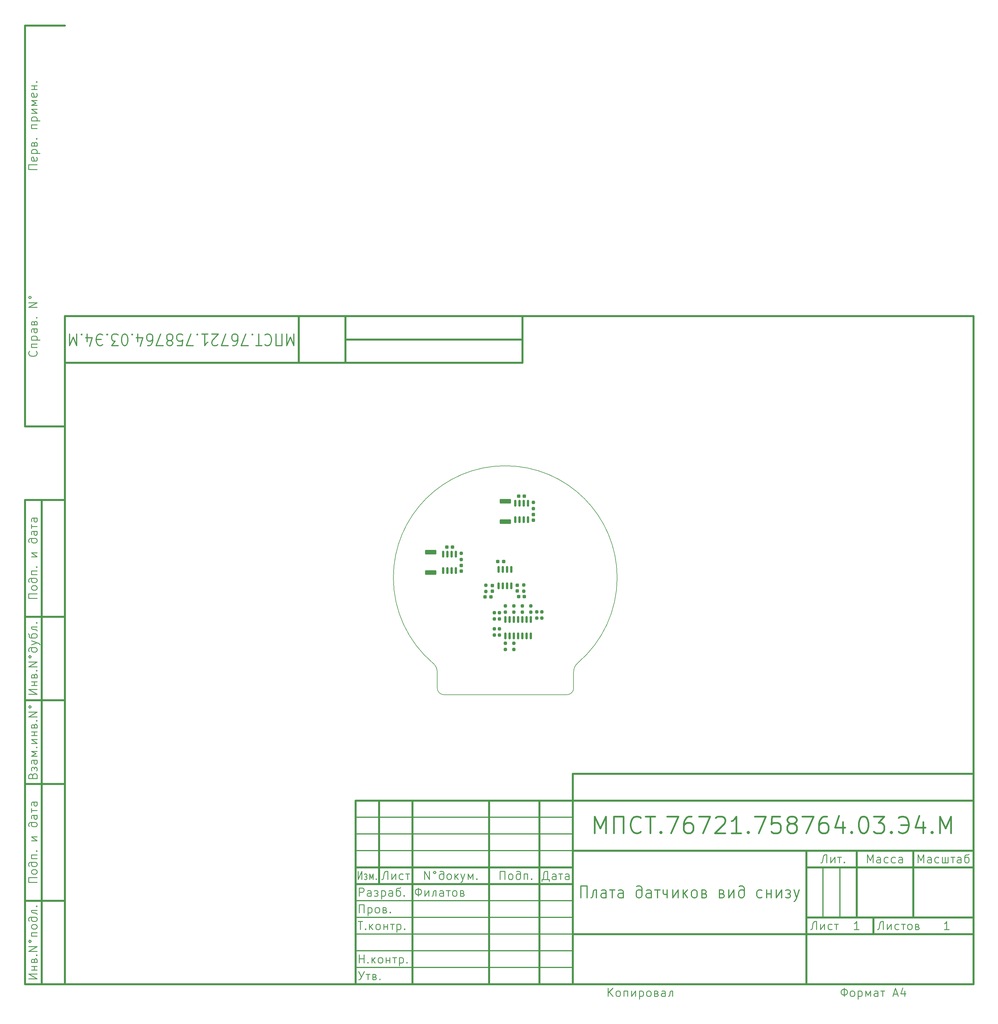
<source format=gbr>
%TF.GenerationSoftware,KiCad,Pcbnew,7.0.1*%
%TF.CreationDate,2023-12-14T23:14:27+03:00*%
%TF.ProjectId,_____ ________,1f3b3042-3020-4343-9042-47383a3e322e,rev?*%
%TF.SameCoordinates,Original*%
%TF.FileFunction,Paste,Top*%
%TF.FilePolarity,Positive*%
%FSLAX46Y46*%
G04 Gerber Fmt 4.6, Leading zero omitted, Abs format (unit mm)*
G04 Created by KiCad (PCBNEW 7.0.1) date 2023-12-14 23:14:27*
%MOMM*%
%LPD*%
G01*
G04 APERTURE LIST*
G04 Aperture macros list*
%AMRoundRect*
0 Rectangle with rounded corners*
0 $1 Rounding radius*
0 $2 $3 $4 $5 $6 $7 $8 $9 X,Y pos of 4 corners*
0 Add a 4 corners polygon primitive as box body*
4,1,4,$2,$3,$4,$5,$6,$7,$8,$9,$2,$3,0*
0 Add four circle primitives for the rounded corners*
1,1,$1+$1,$2,$3*
1,1,$1+$1,$4,$5*
1,1,$1+$1,$6,$7*
1,1,$1+$1,$8,$9*
0 Add four rect primitives between the rounded corners*
20,1,$1+$1,$2,$3,$4,$5,0*
20,1,$1+$1,$4,$5,$6,$7,0*
20,1,$1+$1,$6,$7,$8,$9,0*
20,1,$1+$1,$8,$9,$2,$3,0*%
G04 Aperture macros list end*
%ADD10C,0.100000*%
%ADD11C,0.600000*%
%ADD12C,0.300000*%
%ADD13C,0.250000*%
%ADD14C,0.350000*%
%ADD15C,0.500000*%
%ADD16RoundRect,0.237500X0.237500X-0.250000X0.237500X0.250000X-0.237500X0.250000X-0.237500X-0.250000X0*%
%ADD17RoundRect,0.249999X-1.425001X0.450001X-1.425001X-0.450001X1.425001X-0.450001X1.425001X0.450001X0*%
%ADD18RoundRect,0.237500X-0.237500X0.250000X-0.237500X-0.250000X0.237500X-0.250000X0.237500X0.250000X0*%
%ADD19RoundRect,0.150000X-0.150000X0.825000X-0.150000X-0.825000X0.150000X-0.825000X0.150000X0.825000X0*%
%ADD20RoundRect,0.237500X0.237500X-0.300000X0.237500X0.300000X-0.237500X0.300000X-0.237500X-0.300000X0*%
%ADD21RoundRect,0.237500X0.300000X0.237500X-0.300000X0.237500X-0.300000X-0.237500X0.300000X-0.237500X0*%
%ADD22RoundRect,0.237500X-0.300000X-0.237500X0.300000X-0.237500X0.300000X0.237500X-0.300000X0.237500X0*%
%ADD23RoundRect,0.150000X0.150000X-0.825000X0.150000X0.825000X-0.150000X0.825000X-0.150000X-0.825000X0*%
%ADD24RoundRect,0.237500X-0.237500X0.300000X-0.237500X-0.300000X0.237500X-0.300000X0.237500X0.300000X0*%
%TA.AperFunction,Profile*%
%ADD25C,0.200000*%
%TD*%
G04 APERTURE END LIST*
D10*
D11*
X20000000Y-205007200D02*
X292002200Y-205007200D01*
X292002200Y-5000000D01*
X20000000Y-5000000D01*
X20000000Y-205007200D01*
D10*
D11*
X8000000Y-145007200D02*
X20000000Y-145007200D01*
D10*
D11*
X8000000Y-120007200D02*
X20000000Y-120007200D01*
D10*
D11*
X8000000Y-95007200D02*
X20000000Y-95007200D01*
D10*
D11*
X104000000Y-5000000D02*
X104000000Y-19000000D01*
D10*
D11*
X157000000Y-5000000D02*
X157000000Y-19000000D01*
D10*
D11*
X90000000Y-5000000D02*
X90000000Y-19000000D01*
D10*
D11*
X104000000Y-19000000D02*
X157000000Y-19000000D01*
D10*
D11*
X104000000Y-12000000D02*
X157000000Y-12000000D01*
D10*
D11*
X90000000Y-19000000D02*
X104000000Y-19000000D01*
D10*
D11*
X20000000Y-19000000D02*
X90000000Y-19000000D01*
D10*
D11*
X8000000Y-60007200D02*
X20000000Y-60007200D01*
D10*
D11*
X8000000Y-205007200D02*
X20000000Y-205007200D01*
D10*
D11*
X8000000Y-180007200D02*
X20000000Y-180007200D01*
D10*
D11*
X172002200Y-150007200D02*
X172002200Y-205007200D01*
D10*
D11*
X162002200Y-150007200D02*
X162002200Y-205007200D01*
D10*
D11*
X147002200Y-150007200D02*
X147002200Y-205007200D01*
D10*
D11*
X124002200Y-150007200D02*
X124002200Y-205007200D01*
D10*
D11*
X114002200Y-150007200D02*
X114002200Y-175007200D01*
D10*
D12*
X107002200Y-165007200D02*
X172002200Y-165007200D01*
D10*
D12*
X107002200Y-160007200D02*
X172002200Y-160007200D01*
D10*
D12*
X107002200Y-155007200D02*
X172002200Y-155007200D01*
D10*
D11*
X107002200Y-175007200D02*
X172002200Y-175007200D01*
D10*
D11*
X107002200Y-170007200D02*
X172002200Y-170007200D01*
D10*
D12*
X107002200Y-200007200D02*
X172002200Y-200007200D01*
D10*
D12*
X107002200Y-195007200D02*
X172002200Y-195007200D01*
D10*
D12*
X107002200Y-190007200D02*
X172002200Y-190007200D01*
D10*
D12*
X107002200Y-185007200D02*
X172002200Y-185007200D01*
D10*
D12*
X107002200Y-180007200D02*
X172002200Y-180007200D01*
D10*
D11*
X172002200Y-142007200D02*
X292002200Y-142007200D01*
D10*
D11*
X172002200Y-150007200D02*
X172002200Y-142007200D01*
D10*
D11*
X107002200Y-150007200D02*
X292002200Y-150007200D01*
D10*
D11*
X8000000Y-60007200D02*
X8000000Y-205007200D01*
D10*
D11*
X13000000Y-60007200D02*
X13000000Y-205007200D01*
D10*
D12*
X247002200Y-170007200D02*
X247002200Y-185007200D01*
D10*
D12*
X252002200Y-170007200D02*
X252002200Y-185007200D01*
D10*
D11*
X257002200Y-165007200D02*
X257002200Y-185007200D01*
D10*
D11*
X274002200Y-165007200D02*
X274002200Y-185007200D01*
D10*
D11*
X242002200Y-185007200D02*
X292002200Y-185007200D01*
D10*
D11*
X242002200Y-170007200D02*
X292002200Y-170007200D01*
D10*
D11*
X242002200Y-165007200D02*
X242002200Y-205007200D01*
D10*
D11*
X172002200Y-190007200D02*
X292002200Y-190007200D01*
D10*
D11*
X172002200Y-165007200D02*
X292002200Y-165007200D01*
D10*
D11*
X107002200Y-205007200D02*
X107002200Y-150007200D01*
D10*
D11*
X262002200Y-185007200D02*
X262002200Y-190007200D01*
D10*
D11*
X8000000Y81992800D02*
X20000000Y81992800D01*
D10*
D11*
X8000000Y-38007200D02*
X20000000Y-38007200D01*
D10*
D11*
X8000000Y81992800D02*
X8000000Y-38007200D01*
D10*
D13*
X127704580Y-173663747D02*
X127704580Y-171163747D01*
X127704580Y-171163747D02*
X129133151Y-173663747D01*
X129133151Y-173663747D02*
X129133151Y-171163747D01*
X130680770Y-171163747D02*
X130442675Y-171282795D01*
X130442675Y-171282795D02*
X130323628Y-171520890D01*
X130323628Y-171520890D02*
X130442675Y-171758985D01*
X130442675Y-171758985D02*
X130680770Y-171878033D01*
X130680770Y-171878033D02*
X130918866Y-171758985D01*
X130918866Y-171758985D02*
X131037913Y-171520890D01*
X131037913Y-171520890D02*
X130918866Y-171282795D01*
X130918866Y-171282795D02*
X130680770Y-171163747D01*
X133418866Y-172235176D02*
X133299818Y-172116128D01*
X133299818Y-172116128D02*
X133061723Y-171997080D01*
X133061723Y-171997080D02*
X132585532Y-171997080D01*
X132585532Y-171997080D02*
X132347437Y-172116128D01*
X132347437Y-172116128D02*
X132228390Y-172235176D01*
X132228390Y-172235176D02*
X132109342Y-172473271D01*
X132109342Y-172473271D02*
X132109342Y-173187557D01*
X132109342Y-173187557D02*
X132228390Y-173425652D01*
X132228390Y-173425652D02*
X132347437Y-173544700D01*
X132347437Y-173544700D02*
X132585532Y-173663747D01*
X132585532Y-173663747D02*
X132942675Y-173663747D01*
X132942675Y-173663747D02*
X133180771Y-173544700D01*
X133180771Y-173544700D02*
X133299818Y-173425652D01*
X133299818Y-173425652D02*
X133418866Y-173187557D01*
X133418866Y-173187557D02*
X133418866Y-171639938D01*
X133418866Y-171639938D02*
X133299818Y-171401842D01*
X133299818Y-171401842D02*
X133180771Y-171282795D01*
X133180771Y-171282795D02*
X132942675Y-171163747D01*
X132942675Y-171163747D02*
X132466485Y-171163747D01*
X132466485Y-171163747D02*
X132228390Y-171282795D01*
X134847437Y-173663747D02*
X134609342Y-173544700D01*
X134609342Y-173544700D02*
X134490295Y-173425652D01*
X134490295Y-173425652D02*
X134371247Y-173187557D01*
X134371247Y-173187557D02*
X134371247Y-172473271D01*
X134371247Y-172473271D02*
X134490295Y-172235176D01*
X134490295Y-172235176D02*
X134609342Y-172116128D01*
X134609342Y-172116128D02*
X134847437Y-171997080D01*
X134847437Y-171997080D02*
X135204580Y-171997080D01*
X135204580Y-171997080D02*
X135442676Y-172116128D01*
X135442676Y-172116128D02*
X135561723Y-172235176D01*
X135561723Y-172235176D02*
X135680771Y-172473271D01*
X135680771Y-172473271D02*
X135680771Y-173187557D01*
X135680771Y-173187557D02*
X135561723Y-173425652D01*
X135561723Y-173425652D02*
X135442676Y-173544700D01*
X135442676Y-173544700D02*
X135204580Y-173663747D01*
X135204580Y-173663747D02*
X134847437Y-173663747D01*
X136752200Y-171997080D02*
X136752200Y-173663747D01*
X136990295Y-172711366D02*
X137704581Y-173663747D01*
X137704581Y-171997080D02*
X136752200Y-172949461D01*
X138537914Y-171997080D02*
X139133152Y-173663747D01*
X139728391Y-171997080D02*
X139133152Y-173663747D01*
X139133152Y-173663747D02*
X138895057Y-174258985D01*
X138895057Y-174258985D02*
X138776010Y-174378033D01*
X138776010Y-174378033D02*
X138537914Y-174497080D01*
X140680772Y-173663747D02*
X140680772Y-171997080D01*
X140680772Y-171997080D02*
X141395057Y-173306604D01*
X141395057Y-173306604D02*
X142109343Y-171997080D01*
X142109343Y-171997080D02*
X142109343Y-173663747D01*
X143299820Y-173425652D02*
X143418867Y-173544700D01*
X143418867Y-173544700D02*
X143299820Y-173663747D01*
X143299820Y-173663747D02*
X143180772Y-173544700D01*
X143180772Y-173544700D02*
X143299820Y-173425652D01*
X143299820Y-173425652D02*
X143299820Y-173663747D01*
D10*
D13*
X10347023Y-142566723D02*
X10466071Y-142209580D01*
X10466071Y-142209580D02*
X10585119Y-142090533D01*
X10585119Y-142090533D02*
X10823214Y-141971485D01*
X10823214Y-141971485D02*
X11180357Y-141971485D01*
X11180357Y-141971485D02*
X11418452Y-142090533D01*
X11418452Y-142090533D02*
X11537500Y-142209580D01*
X11537500Y-142209580D02*
X11656547Y-142447675D01*
X11656547Y-142447675D02*
X11656547Y-143400056D01*
X11656547Y-143400056D02*
X9156547Y-143400056D01*
X9156547Y-143400056D02*
X9156547Y-142566723D01*
X9156547Y-142566723D02*
X9275595Y-142328628D01*
X9275595Y-142328628D02*
X9394642Y-142209580D01*
X9394642Y-142209580D02*
X9632738Y-142090533D01*
X9632738Y-142090533D02*
X9870833Y-142090533D01*
X9870833Y-142090533D02*
X10108928Y-142209580D01*
X10108928Y-142209580D02*
X10227976Y-142328628D01*
X10227976Y-142328628D02*
X10347023Y-142566723D01*
X10347023Y-142566723D02*
X10347023Y-143400056D01*
X10823214Y-140661961D02*
X10823214Y-140423866D01*
X10108928Y-141138152D02*
X9989880Y-140900056D01*
X9989880Y-140900056D02*
X9989880Y-140423866D01*
X9989880Y-140423866D02*
X10108928Y-140185771D01*
X10108928Y-140185771D02*
X10347023Y-140066723D01*
X10347023Y-140066723D02*
X10466071Y-140066723D01*
X10466071Y-140066723D02*
X10704166Y-140185771D01*
X10704166Y-140185771D02*
X10823214Y-140423866D01*
X10823214Y-140423866D02*
X10942261Y-140185771D01*
X10942261Y-140185771D02*
X11180357Y-140066723D01*
X11180357Y-140066723D02*
X11299404Y-140066723D01*
X11299404Y-140066723D02*
X11537500Y-140185771D01*
X11537500Y-140185771D02*
X11656547Y-140423866D01*
X11656547Y-140423866D02*
X11656547Y-140900056D01*
X11656547Y-140900056D02*
X11537500Y-141138152D01*
X11656547Y-137923866D02*
X10347023Y-137923866D01*
X10347023Y-137923866D02*
X10108928Y-138042913D01*
X10108928Y-138042913D02*
X9989880Y-138281009D01*
X9989880Y-138281009D02*
X9989880Y-138757199D01*
X9989880Y-138757199D02*
X10108928Y-138995294D01*
X11537500Y-137923866D02*
X11656547Y-138161961D01*
X11656547Y-138161961D02*
X11656547Y-138757199D01*
X11656547Y-138757199D02*
X11537500Y-138995294D01*
X11537500Y-138995294D02*
X11299404Y-139114342D01*
X11299404Y-139114342D02*
X11061309Y-139114342D01*
X11061309Y-139114342D02*
X10823214Y-138995294D01*
X10823214Y-138995294D02*
X10704166Y-138757199D01*
X10704166Y-138757199D02*
X10704166Y-138161961D01*
X10704166Y-138161961D02*
X10585119Y-137923866D01*
X11656547Y-136733389D02*
X9989880Y-136733389D01*
X9989880Y-136733389D02*
X11299404Y-136019104D01*
X11299404Y-136019104D02*
X9989880Y-135304818D01*
X9989880Y-135304818D02*
X11656547Y-135304818D01*
X11418452Y-134114341D02*
X11537500Y-133995294D01*
X11537500Y-133995294D02*
X11656547Y-134114341D01*
X11656547Y-134114341D02*
X11537500Y-134233389D01*
X11537500Y-134233389D02*
X11418452Y-134114341D01*
X11418452Y-134114341D02*
X11656547Y-134114341D01*
X9989880Y-132923865D02*
X11656547Y-132923865D01*
X11656547Y-132923865D02*
X9989880Y-131733389D01*
X9989880Y-131733389D02*
X11656547Y-131733389D01*
X10823214Y-130542913D02*
X10823214Y-129471485D01*
X9989880Y-130542913D02*
X11656547Y-130542913D01*
X9989880Y-129471485D02*
X11656547Y-129471485D01*
X10823214Y-127685770D02*
X10942261Y-127328627D01*
X10942261Y-127328627D02*
X11180357Y-127209580D01*
X11180357Y-127209580D02*
X11299404Y-127209580D01*
X11299404Y-127209580D02*
X11537500Y-127328627D01*
X11537500Y-127328627D02*
X11656547Y-127566723D01*
X11656547Y-127566723D02*
X11656547Y-128281008D01*
X11656547Y-128281008D02*
X9989880Y-128281008D01*
X9989880Y-128281008D02*
X9989880Y-127685770D01*
X9989880Y-127685770D02*
X10108928Y-127447675D01*
X10108928Y-127447675D02*
X10347023Y-127328627D01*
X10347023Y-127328627D02*
X10466071Y-127328627D01*
X10466071Y-127328627D02*
X10704166Y-127447675D01*
X10704166Y-127447675D02*
X10823214Y-127685770D01*
X10823214Y-127685770D02*
X10823214Y-128281008D01*
X11418452Y-126138151D02*
X11537500Y-126019104D01*
X11537500Y-126019104D02*
X11656547Y-126138151D01*
X11656547Y-126138151D02*
X11537500Y-126257199D01*
X11537500Y-126257199D02*
X11418452Y-126138151D01*
X11418452Y-126138151D02*
X11656547Y-126138151D01*
X11656547Y-124947675D02*
X9156547Y-124947675D01*
X9156547Y-124947675D02*
X11656547Y-123519104D01*
X11656547Y-123519104D02*
X9156547Y-123519104D01*
X9156547Y-121971485D02*
X9275595Y-122209580D01*
X9275595Y-122209580D02*
X9513690Y-122328627D01*
X9513690Y-122328627D02*
X9751785Y-122209580D01*
X9751785Y-122209580D02*
X9870833Y-121971485D01*
X9870833Y-121971485D02*
X9751785Y-121733389D01*
X9751785Y-121733389D02*
X9513690Y-121614342D01*
X9513690Y-121614342D02*
X9275595Y-121733389D01*
X9275595Y-121733389D02*
X9156547Y-121971485D01*
D10*
D13*
X164978390Y-174258985D02*
X164978390Y-173663747D01*
X164978390Y-173663747D02*
X162835532Y-173663747D01*
X162835532Y-173663747D02*
X162835532Y-174258985D01*
X164502199Y-173663747D02*
X164502199Y-171163747D01*
X164502199Y-171163747D02*
X163906961Y-171163747D01*
X163906961Y-171163747D02*
X163668866Y-171282795D01*
X163668866Y-171282795D02*
X163549818Y-171401842D01*
X163549818Y-171401842D02*
X163430770Y-171639938D01*
X163430770Y-171639938D02*
X163192675Y-173663747D01*
X167002199Y-173663747D02*
X167002199Y-172354223D01*
X167002199Y-172354223D02*
X166883152Y-172116128D01*
X166883152Y-172116128D02*
X166645056Y-171997080D01*
X166645056Y-171997080D02*
X166168866Y-171997080D01*
X166168866Y-171997080D02*
X165930771Y-172116128D01*
X167002199Y-173544700D02*
X166764104Y-173663747D01*
X166764104Y-173663747D02*
X166168866Y-173663747D01*
X166168866Y-173663747D02*
X165930771Y-173544700D01*
X165930771Y-173544700D02*
X165811723Y-173306604D01*
X165811723Y-173306604D02*
X165811723Y-173068509D01*
X165811723Y-173068509D02*
X165930771Y-172830414D01*
X165930771Y-172830414D02*
X166168866Y-172711366D01*
X166168866Y-172711366D02*
X166764104Y-172711366D01*
X166764104Y-172711366D02*
X167002199Y-172592319D01*
X167835533Y-171997080D02*
X169026009Y-171997080D01*
X168430771Y-171997080D02*
X168430771Y-173663747D01*
X170930771Y-173663747D02*
X170930771Y-172354223D01*
X170930771Y-172354223D02*
X170811724Y-172116128D01*
X170811724Y-172116128D02*
X170573628Y-171997080D01*
X170573628Y-171997080D02*
X170097438Y-171997080D01*
X170097438Y-171997080D02*
X169859343Y-172116128D01*
X170930771Y-173544700D02*
X170692676Y-173663747D01*
X170692676Y-173663747D02*
X170097438Y-173663747D01*
X170097438Y-173663747D02*
X169859343Y-173544700D01*
X169859343Y-173544700D02*
X169740295Y-173306604D01*
X169740295Y-173306604D02*
X169740295Y-173068509D01*
X169740295Y-173068509D02*
X169859343Y-172830414D01*
X169859343Y-172830414D02*
X170097438Y-172711366D01*
X170097438Y-172711366D02*
X170692676Y-172711366D01*
X170692676Y-172711366D02*
X170930771Y-172592319D01*
D10*
D13*
X107807564Y-171163747D02*
X107807564Y-173663747D01*
X107807564Y-173663747D02*
X108885419Y-171163747D01*
X108885419Y-171163747D02*
X108885419Y-173663747D01*
X109963273Y-172830414D02*
X110142915Y-172830414D01*
X109603988Y-172116128D02*
X109783630Y-171997080D01*
X109783630Y-171997080D02*
X110142915Y-171997080D01*
X110142915Y-171997080D02*
X110322558Y-172116128D01*
X110322558Y-172116128D02*
X110412379Y-172354223D01*
X110412379Y-172354223D02*
X110412379Y-172473271D01*
X110412379Y-172473271D02*
X110322558Y-172711366D01*
X110322558Y-172711366D02*
X110142915Y-172830414D01*
X110142915Y-172830414D02*
X110322558Y-172949461D01*
X110322558Y-172949461D02*
X110412379Y-173187557D01*
X110412379Y-173187557D02*
X110412379Y-173306604D01*
X110412379Y-173306604D02*
X110322558Y-173544700D01*
X110322558Y-173544700D02*
X110142915Y-173663747D01*
X110142915Y-173663747D02*
X109783630Y-173663747D01*
X109783630Y-173663747D02*
X109603988Y-173544700D01*
X111220769Y-173663747D02*
X111220769Y-171997080D01*
X111220769Y-171997080D02*
X111759697Y-173306604D01*
X111759697Y-173306604D02*
X112298624Y-171997080D01*
X112298624Y-171997080D02*
X112298624Y-173663747D01*
X113196835Y-173425652D02*
X113286657Y-173544700D01*
X113286657Y-173544700D02*
X113196835Y-173663747D01*
X113196835Y-173663747D02*
X113107014Y-173544700D01*
X113107014Y-173544700D02*
X113196835Y-173425652D01*
X113196835Y-173425652D02*
X113196835Y-173663747D01*
D10*
D13*
X9156547Y-118161961D02*
X11656547Y-118161961D01*
X11656547Y-118161961D02*
X9156547Y-116733390D01*
X9156547Y-116733390D02*
X11656547Y-116733390D01*
X10823214Y-115542913D02*
X10823214Y-114471485D01*
X9989880Y-115542913D02*
X11656547Y-115542913D01*
X9989880Y-114471485D02*
X11656547Y-114471485D01*
X10823214Y-112685770D02*
X10942261Y-112328627D01*
X10942261Y-112328627D02*
X11180357Y-112209580D01*
X11180357Y-112209580D02*
X11299404Y-112209580D01*
X11299404Y-112209580D02*
X11537500Y-112328627D01*
X11537500Y-112328627D02*
X11656547Y-112566723D01*
X11656547Y-112566723D02*
X11656547Y-113281008D01*
X11656547Y-113281008D02*
X9989880Y-113281008D01*
X9989880Y-113281008D02*
X9989880Y-112685770D01*
X9989880Y-112685770D02*
X10108928Y-112447675D01*
X10108928Y-112447675D02*
X10347023Y-112328627D01*
X10347023Y-112328627D02*
X10466071Y-112328627D01*
X10466071Y-112328627D02*
X10704166Y-112447675D01*
X10704166Y-112447675D02*
X10823214Y-112685770D01*
X10823214Y-112685770D02*
X10823214Y-113281008D01*
X11418452Y-111138151D02*
X11537500Y-111019104D01*
X11537500Y-111019104D02*
X11656547Y-111138151D01*
X11656547Y-111138151D02*
X11537500Y-111257199D01*
X11537500Y-111257199D02*
X11418452Y-111138151D01*
X11418452Y-111138151D02*
X11656547Y-111138151D01*
X11656547Y-109947675D02*
X9156547Y-109947675D01*
X9156547Y-109947675D02*
X11656547Y-108519104D01*
X11656547Y-108519104D02*
X9156547Y-108519104D01*
X9156547Y-106971485D02*
X9275595Y-107209580D01*
X9275595Y-107209580D02*
X9513690Y-107328627D01*
X9513690Y-107328627D02*
X9751785Y-107209580D01*
X9751785Y-107209580D02*
X9870833Y-106971485D01*
X9870833Y-106971485D02*
X9751785Y-106733389D01*
X9751785Y-106733389D02*
X9513690Y-106614342D01*
X9513690Y-106614342D02*
X9275595Y-106733389D01*
X9275595Y-106733389D02*
X9156547Y-106971485D01*
X10227976Y-104233389D02*
X10108928Y-104352437D01*
X10108928Y-104352437D02*
X9989880Y-104590532D01*
X9989880Y-104590532D02*
X9989880Y-105066723D01*
X9989880Y-105066723D02*
X10108928Y-105304818D01*
X10108928Y-105304818D02*
X10227976Y-105423865D01*
X10227976Y-105423865D02*
X10466071Y-105542913D01*
X10466071Y-105542913D02*
X11180357Y-105542913D01*
X11180357Y-105542913D02*
X11418452Y-105423865D01*
X11418452Y-105423865D02*
X11537500Y-105304818D01*
X11537500Y-105304818D02*
X11656547Y-105066723D01*
X11656547Y-105066723D02*
X11656547Y-104709580D01*
X11656547Y-104709580D02*
X11537500Y-104471484D01*
X11537500Y-104471484D02*
X11418452Y-104352437D01*
X11418452Y-104352437D02*
X11180357Y-104233389D01*
X11180357Y-104233389D02*
X9632738Y-104233389D01*
X9632738Y-104233389D02*
X9394642Y-104352437D01*
X9394642Y-104352437D02*
X9275595Y-104471484D01*
X9275595Y-104471484D02*
X9156547Y-104709580D01*
X9156547Y-104709580D02*
X9156547Y-105185770D01*
X9156547Y-105185770D02*
X9275595Y-105423865D01*
X9989880Y-103400056D02*
X11656547Y-102804818D01*
X9989880Y-102209579D02*
X11656547Y-102804818D01*
X11656547Y-102804818D02*
X12251785Y-103042913D01*
X12251785Y-103042913D02*
X12370833Y-103161960D01*
X12370833Y-103161960D02*
X12489880Y-103400056D01*
X9037500Y-100066722D02*
X9156547Y-100185770D01*
X9156547Y-100185770D02*
X9275595Y-100423865D01*
X9275595Y-100423865D02*
X9275595Y-100900056D01*
X9275595Y-100900056D02*
X9394642Y-101138151D01*
X9394642Y-101138151D02*
X9513690Y-101257198D01*
X9513690Y-101257198D02*
X9751785Y-101376246D01*
X9751785Y-101376246D02*
X11180357Y-101376246D01*
X11180357Y-101376246D02*
X11418452Y-101257198D01*
X11418452Y-101257198D02*
X11537500Y-101138151D01*
X11537500Y-101138151D02*
X11656547Y-100900056D01*
X11656547Y-100900056D02*
X11656547Y-100542913D01*
X11656547Y-100542913D02*
X11537500Y-100304817D01*
X11537500Y-100304817D02*
X11418452Y-100185770D01*
X11418452Y-100185770D02*
X11180357Y-100066722D01*
X11180357Y-100066722D02*
X10466071Y-100066722D01*
X10466071Y-100066722D02*
X10227976Y-100185770D01*
X10227976Y-100185770D02*
X10108928Y-100304817D01*
X10108928Y-100304817D02*
X9989880Y-100542913D01*
X9989880Y-100542913D02*
X9989880Y-101019103D01*
X9989880Y-101019103D02*
X10108928Y-101257198D01*
X10108928Y-101257198D02*
X10227976Y-101376246D01*
X11656547Y-98042912D02*
X9989880Y-98042912D01*
X9989880Y-98042912D02*
X9989880Y-98400055D01*
X9989880Y-98400055D02*
X10108928Y-98638151D01*
X10108928Y-98638151D02*
X10347023Y-98757198D01*
X10347023Y-98757198D02*
X11299404Y-98876246D01*
X11299404Y-98876246D02*
X11537500Y-98995293D01*
X11537500Y-98995293D02*
X11656547Y-99233389D01*
X11418452Y-96852436D02*
X11537500Y-96733389D01*
X11537500Y-96733389D02*
X11656547Y-96852436D01*
X11656547Y-96852436D02*
X11537500Y-96971484D01*
X11537500Y-96971484D02*
X11418452Y-96852436D01*
X11418452Y-96852436D02*
X11656547Y-96852436D01*
D10*
D13*
X9156547Y-203340533D02*
X11656547Y-203340533D01*
X11656547Y-203340533D02*
X9156547Y-201911962D01*
X9156547Y-201911962D02*
X11656547Y-201911962D01*
X10823214Y-200721485D02*
X10823214Y-199650057D01*
X9989880Y-200721485D02*
X11656547Y-200721485D01*
X9989880Y-199650057D02*
X11656547Y-199650057D01*
X10823214Y-197864342D02*
X10942261Y-197507199D01*
X10942261Y-197507199D02*
X11180357Y-197388152D01*
X11180357Y-197388152D02*
X11299404Y-197388152D01*
X11299404Y-197388152D02*
X11537500Y-197507199D01*
X11537500Y-197507199D02*
X11656547Y-197745295D01*
X11656547Y-197745295D02*
X11656547Y-198459580D01*
X11656547Y-198459580D02*
X9989880Y-198459580D01*
X9989880Y-198459580D02*
X9989880Y-197864342D01*
X9989880Y-197864342D02*
X10108928Y-197626247D01*
X10108928Y-197626247D02*
X10347023Y-197507199D01*
X10347023Y-197507199D02*
X10466071Y-197507199D01*
X10466071Y-197507199D02*
X10704166Y-197626247D01*
X10704166Y-197626247D02*
X10823214Y-197864342D01*
X10823214Y-197864342D02*
X10823214Y-198459580D01*
X11418452Y-196316723D02*
X11537500Y-196197676D01*
X11537500Y-196197676D02*
X11656547Y-196316723D01*
X11656547Y-196316723D02*
X11537500Y-196435771D01*
X11537500Y-196435771D02*
X11418452Y-196316723D01*
X11418452Y-196316723D02*
X11656547Y-196316723D01*
X11656547Y-195126247D02*
X9156547Y-195126247D01*
X9156547Y-195126247D02*
X11656547Y-193697676D01*
X11656547Y-193697676D02*
X9156547Y-193697676D01*
X9156547Y-192150057D02*
X9275595Y-192388152D01*
X9275595Y-192388152D02*
X9513690Y-192507199D01*
X9513690Y-192507199D02*
X9751785Y-192388152D01*
X9751785Y-192388152D02*
X9870833Y-192150057D01*
X9870833Y-192150057D02*
X9751785Y-191911961D01*
X9751785Y-191911961D02*
X9513690Y-191792914D01*
X9513690Y-191792914D02*
X9275595Y-191911961D01*
X9275595Y-191911961D02*
X9156547Y-192150057D01*
X11656547Y-190602437D02*
X9989880Y-190602437D01*
X9989880Y-190602437D02*
X9989880Y-189531009D01*
X9989880Y-189531009D02*
X11656547Y-189531009D01*
X11656547Y-187983390D02*
X11537500Y-188221485D01*
X11537500Y-188221485D02*
X11418452Y-188340532D01*
X11418452Y-188340532D02*
X11180357Y-188459580D01*
X11180357Y-188459580D02*
X10466071Y-188459580D01*
X10466071Y-188459580D02*
X10227976Y-188340532D01*
X10227976Y-188340532D02*
X10108928Y-188221485D01*
X10108928Y-188221485D02*
X9989880Y-187983390D01*
X9989880Y-187983390D02*
X9989880Y-187626247D01*
X9989880Y-187626247D02*
X10108928Y-187388151D01*
X10108928Y-187388151D02*
X10227976Y-187269104D01*
X10227976Y-187269104D02*
X10466071Y-187150056D01*
X10466071Y-187150056D02*
X11180357Y-187150056D01*
X11180357Y-187150056D02*
X11418452Y-187269104D01*
X11418452Y-187269104D02*
X11537500Y-187388151D01*
X11537500Y-187388151D02*
X11656547Y-187626247D01*
X11656547Y-187626247D02*
X11656547Y-187983390D01*
X10227976Y-184888151D02*
X10108928Y-185007199D01*
X10108928Y-185007199D02*
X9989880Y-185245294D01*
X9989880Y-185245294D02*
X9989880Y-185721485D01*
X9989880Y-185721485D02*
X10108928Y-185959580D01*
X10108928Y-185959580D02*
X10227976Y-186078627D01*
X10227976Y-186078627D02*
X10466071Y-186197675D01*
X10466071Y-186197675D02*
X11180357Y-186197675D01*
X11180357Y-186197675D02*
X11418452Y-186078627D01*
X11418452Y-186078627D02*
X11537500Y-185959580D01*
X11537500Y-185959580D02*
X11656547Y-185721485D01*
X11656547Y-185721485D02*
X11656547Y-185364342D01*
X11656547Y-185364342D02*
X11537500Y-185126246D01*
X11537500Y-185126246D02*
X11418452Y-185007199D01*
X11418452Y-185007199D02*
X11180357Y-184888151D01*
X11180357Y-184888151D02*
X9632738Y-184888151D01*
X9632738Y-184888151D02*
X9394642Y-185007199D01*
X9394642Y-185007199D02*
X9275595Y-185126246D01*
X9275595Y-185126246D02*
X9156547Y-185364342D01*
X9156547Y-185364342D02*
X9156547Y-185840532D01*
X9156547Y-185840532D02*
X9275595Y-186078627D01*
X11656547Y-182864341D02*
X9989880Y-182864341D01*
X9989880Y-182864341D02*
X9989880Y-183221484D01*
X9989880Y-183221484D02*
X10108928Y-183459580D01*
X10108928Y-183459580D02*
X10347023Y-183578627D01*
X10347023Y-183578627D02*
X11299404Y-183697675D01*
X11299404Y-183697675D02*
X11537500Y-183816722D01*
X11537500Y-183816722D02*
X11656547Y-184054818D01*
X11418452Y-181673865D02*
X11537500Y-181554818D01*
X11537500Y-181554818D02*
X11656547Y-181673865D01*
X11656547Y-181673865D02*
X11537500Y-181792913D01*
X11537500Y-181792913D02*
X11418452Y-181673865D01*
X11418452Y-181673865D02*
X11656547Y-181673865D01*
D10*
D13*
X182597438Y-208663747D02*
X182597438Y-206163747D01*
X184026009Y-208663747D02*
X182954580Y-207235176D01*
X184026009Y-206163747D02*
X182597438Y-207592319D01*
X185454580Y-208663747D02*
X185216485Y-208544700D01*
X185216485Y-208544700D02*
X185097438Y-208425652D01*
X185097438Y-208425652D02*
X184978390Y-208187557D01*
X184978390Y-208187557D02*
X184978390Y-207473271D01*
X184978390Y-207473271D02*
X185097438Y-207235176D01*
X185097438Y-207235176D02*
X185216485Y-207116128D01*
X185216485Y-207116128D02*
X185454580Y-206997080D01*
X185454580Y-206997080D02*
X185811723Y-206997080D01*
X185811723Y-206997080D02*
X186049819Y-207116128D01*
X186049819Y-207116128D02*
X186168866Y-207235176D01*
X186168866Y-207235176D02*
X186287914Y-207473271D01*
X186287914Y-207473271D02*
X186287914Y-208187557D01*
X186287914Y-208187557D02*
X186168866Y-208425652D01*
X186168866Y-208425652D02*
X186049819Y-208544700D01*
X186049819Y-208544700D02*
X185811723Y-208663747D01*
X185811723Y-208663747D02*
X185454580Y-208663747D01*
X187359343Y-208663747D02*
X187359343Y-206997080D01*
X187359343Y-206997080D02*
X188430771Y-206997080D01*
X188430771Y-206997080D02*
X188430771Y-208663747D01*
X189621248Y-206997080D02*
X189621248Y-208663747D01*
X189621248Y-208663747D02*
X190811724Y-206997080D01*
X190811724Y-206997080D02*
X190811724Y-208663747D01*
X192002200Y-206997080D02*
X192002200Y-209497080D01*
X192002200Y-207116128D02*
X192240295Y-206997080D01*
X192240295Y-206997080D02*
X192716485Y-206997080D01*
X192716485Y-206997080D02*
X192954581Y-207116128D01*
X192954581Y-207116128D02*
X193073628Y-207235176D01*
X193073628Y-207235176D02*
X193192676Y-207473271D01*
X193192676Y-207473271D02*
X193192676Y-208187557D01*
X193192676Y-208187557D02*
X193073628Y-208425652D01*
X193073628Y-208425652D02*
X192954581Y-208544700D01*
X192954581Y-208544700D02*
X192716485Y-208663747D01*
X192716485Y-208663747D02*
X192240295Y-208663747D01*
X192240295Y-208663747D02*
X192002200Y-208544700D01*
X194621247Y-208663747D02*
X194383152Y-208544700D01*
X194383152Y-208544700D02*
X194264105Y-208425652D01*
X194264105Y-208425652D02*
X194145057Y-208187557D01*
X194145057Y-208187557D02*
X194145057Y-207473271D01*
X194145057Y-207473271D02*
X194264105Y-207235176D01*
X194264105Y-207235176D02*
X194383152Y-207116128D01*
X194383152Y-207116128D02*
X194621247Y-206997080D01*
X194621247Y-206997080D02*
X194978390Y-206997080D01*
X194978390Y-206997080D02*
X195216486Y-207116128D01*
X195216486Y-207116128D02*
X195335533Y-207235176D01*
X195335533Y-207235176D02*
X195454581Y-207473271D01*
X195454581Y-207473271D02*
X195454581Y-208187557D01*
X195454581Y-208187557D02*
X195335533Y-208425652D01*
X195335533Y-208425652D02*
X195216486Y-208544700D01*
X195216486Y-208544700D02*
X194978390Y-208663747D01*
X194978390Y-208663747D02*
X194621247Y-208663747D01*
X197121248Y-207830414D02*
X197478391Y-207949461D01*
X197478391Y-207949461D02*
X197597438Y-208187557D01*
X197597438Y-208187557D02*
X197597438Y-208306604D01*
X197597438Y-208306604D02*
X197478391Y-208544700D01*
X197478391Y-208544700D02*
X197240295Y-208663747D01*
X197240295Y-208663747D02*
X196526010Y-208663747D01*
X196526010Y-208663747D02*
X196526010Y-206997080D01*
X196526010Y-206997080D02*
X197121248Y-206997080D01*
X197121248Y-206997080D02*
X197359343Y-207116128D01*
X197359343Y-207116128D02*
X197478391Y-207354223D01*
X197478391Y-207354223D02*
X197478391Y-207473271D01*
X197478391Y-207473271D02*
X197359343Y-207711366D01*
X197359343Y-207711366D02*
X197121248Y-207830414D01*
X197121248Y-207830414D02*
X196526010Y-207830414D01*
X199740295Y-208663747D02*
X199740295Y-207354223D01*
X199740295Y-207354223D02*
X199621248Y-207116128D01*
X199621248Y-207116128D02*
X199383152Y-206997080D01*
X199383152Y-206997080D02*
X198906962Y-206997080D01*
X198906962Y-206997080D02*
X198668867Y-207116128D01*
X199740295Y-208544700D02*
X199502200Y-208663747D01*
X199502200Y-208663747D02*
X198906962Y-208663747D01*
X198906962Y-208663747D02*
X198668867Y-208544700D01*
X198668867Y-208544700D02*
X198549819Y-208306604D01*
X198549819Y-208306604D02*
X198549819Y-208068509D01*
X198549819Y-208068509D02*
X198668867Y-207830414D01*
X198668867Y-207830414D02*
X198906962Y-207711366D01*
X198906962Y-207711366D02*
X199502200Y-207711366D01*
X199502200Y-207711366D02*
X199740295Y-207592319D01*
X201883153Y-208663747D02*
X201883153Y-206997080D01*
X201883153Y-206997080D02*
X201526010Y-206997080D01*
X201526010Y-206997080D02*
X201287914Y-207116128D01*
X201287914Y-207116128D02*
X201168867Y-207354223D01*
X201168867Y-207354223D02*
X201049819Y-208306604D01*
X201049819Y-208306604D02*
X200930772Y-208544700D01*
X200930772Y-208544700D02*
X200692676Y-208663747D01*
D10*
D13*
X245026009Y-188663747D02*
X245026009Y-186163747D01*
X245026009Y-186163747D02*
X244668866Y-186163747D01*
X244668866Y-186163747D02*
X244311723Y-186282795D01*
X244311723Y-186282795D02*
X244073628Y-186520890D01*
X244073628Y-186520890D02*
X243954580Y-186878033D01*
X243954580Y-186878033D02*
X243716485Y-188306604D01*
X243716485Y-188306604D02*
X243597438Y-188544700D01*
X243597438Y-188544700D02*
X243359342Y-188663747D01*
X243359342Y-188663747D02*
X243240295Y-188663747D01*
X246216486Y-186997080D02*
X246216486Y-188663747D01*
X246216486Y-188663747D02*
X247406962Y-186997080D01*
X247406962Y-186997080D02*
X247406962Y-188663747D01*
X249668866Y-188544700D02*
X249430771Y-188663747D01*
X249430771Y-188663747D02*
X248954580Y-188663747D01*
X248954580Y-188663747D02*
X248716485Y-188544700D01*
X248716485Y-188544700D02*
X248597438Y-188425652D01*
X248597438Y-188425652D02*
X248478390Y-188187557D01*
X248478390Y-188187557D02*
X248478390Y-187473271D01*
X248478390Y-187473271D02*
X248597438Y-187235176D01*
X248597438Y-187235176D02*
X248716485Y-187116128D01*
X248716485Y-187116128D02*
X248954580Y-186997080D01*
X248954580Y-186997080D02*
X249430771Y-186997080D01*
X249430771Y-186997080D02*
X249668866Y-187116128D01*
X250383152Y-186997080D02*
X251573628Y-186997080D01*
X250978390Y-186997080D02*
X250978390Y-188663747D01*
D10*
D13*
X116621247Y-173663747D02*
X116621247Y-171163747D01*
X116621247Y-171163747D02*
X116264104Y-171163747D01*
X116264104Y-171163747D02*
X115906961Y-171282795D01*
X115906961Y-171282795D02*
X115668866Y-171520890D01*
X115668866Y-171520890D02*
X115549818Y-171878033D01*
X115549818Y-171878033D02*
X115311723Y-173306604D01*
X115311723Y-173306604D02*
X115192676Y-173544700D01*
X115192676Y-173544700D02*
X114954580Y-173663747D01*
X114954580Y-173663747D02*
X114835533Y-173663747D01*
X117811724Y-171997080D02*
X117811724Y-173663747D01*
X117811724Y-173663747D02*
X119002200Y-171997080D01*
X119002200Y-171997080D02*
X119002200Y-173663747D01*
X121264104Y-173544700D02*
X121026009Y-173663747D01*
X121026009Y-173663747D02*
X120549818Y-173663747D01*
X120549818Y-173663747D02*
X120311723Y-173544700D01*
X120311723Y-173544700D02*
X120192676Y-173425652D01*
X120192676Y-173425652D02*
X120073628Y-173187557D01*
X120073628Y-173187557D02*
X120073628Y-172473271D01*
X120073628Y-172473271D02*
X120192676Y-172235176D01*
X120192676Y-172235176D02*
X120311723Y-172116128D01*
X120311723Y-172116128D02*
X120549818Y-171997080D01*
X120549818Y-171997080D02*
X121026009Y-171997080D01*
X121026009Y-171997080D02*
X121264104Y-172116128D01*
X121978390Y-171997080D02*
X123168866Y-171997080D01*
X122573628Y-171997080D02*
X122573628Y-173663747D01*
D10*
D13*
X265026009Y-188663747D02*
X265026009Y-186163747D01*
X265026009Y-186163747D02*
X264668866Y-186163747D01*
X264668866Y-186163747D02*
X264311723Y-186282795D01*
X264311723Y-186282795D02*
X264073628Y-186520890D01*
X264073628Y-186520890D02*
X263954580Y-186878033D01*
X263954580Y-186878033D02*
X263716485Y-188306604D01*
X263716485Y-188306604D02*
X263597438Y-188544700D01*
X263597438Y-188544700D02*
X263359342Y-188663747D01*
X263359342Y-188663747D02*
X263240295Y-188663747D01*
X266216486Y-186997080D02*
X266216486Y-188663747D01*
X266216486Y-188663747D02*
X267406962Y-186997080D01*
X267406962Y-186997080D02*
X267406962Y-188663747D01*
X269668866Y-188544700D02*
X269430771Y-188663747D01*
X269430771Y-188663747D02*
X268954580Y-188663747D01*
X268954580Y-188663747D02*
X268716485Y-188544700D01*
X268716485Y-188544700D02*
X268597438Y-188425652D01*
X268597438Y-188425652D02*
X268478390Y-188187557D01*
X268478390Y-188187557D02*
X268478390Y-187473271D01*
X268478390Y-187473271D02*
X268597438Y-187235176D01*
X268597438Y-187235176D02*
X268716485Y-187116128D01*
X268716485Y-187116128D02*
X268954580Y-186997080D01*
X268954580Y-186997080D02*
X269430771Y-186997080D01*
X269430771Y-186997080D02*
X269668866Y-187116128D01*
X270383152Y-186997080D02*
X271573628Y-186997080D01*
X270978390Y-186997080D02*
X270978390Y-188663747D01*
X272764104Y-188663747D02*
X272526009Y-188544700D01*
X272526009Y-188544700D02*
X272406962Y-188425652D01*
X272406962Y-188425652D02*
X272287914Y-188187557D01*
X272287914Y-188187557D02*
X272287914Y-187473271D01*
X272287914Y-187473271D02*
X272406962Y-187235176D01*
X272406962Y-187235176D02*
X272526009Y-187116128D01*
X272526009Y-187116128D02*
X272764104Y-186997080D01*
X272764104Y-186997080D02*
X273121247Y-186997080D01*
X273121247Y-186997080D02*
X273359343Y-187116128D01*
X273359343Y-187116128D02*
X273478390Y-187235176D01*
X273478390Y-187235176D02*
X273597438Y-187473271D01*
X273597438Y-187473271D02*
X273597438Y-188187557D01*
X273597438Y-188187557D02*
X273478390Y-188425652D01*
X273478390Y-188425652D02*
X273359343Y-188544700D01*
X273359343Y-188544700D02*
X273121247Y-188663747D01*
X273121247Y-188663747D02*
X272764104Y-188663747D01*
X275264105Y-187830414D02*
X275621248Y-187949461D01*
X275621248Y-187949461D02*
X275740295Y-188187557D01*
X275740295Y-188187557D02*
X275740295Y-188306604D01*
X275740295Y-188306604D02*
X275621248Y-188544700D01*
X275621248Y-188544700D02*
X275383152Y-188663747D01*
X275383152Y-188663747D02*
X274668867Y-188663747D01*
X274668867Y-188663747D02*
X274668867Y-186997080D01*
X274668867Y-186997080D02*
X275264105Y-186997080D01*
X275264105Y-186997080D02*
X275502200Y-187116128D01*
X275502200Y-187116128D02*
X275621248Y-187354223D01*
X275621248Y-187354223D02*
X275621248Y-187473271D01*
X275621248Y-187473271D02*
X275502200Y-187711366D01*
X275502200Y-187711366D02*
X275264105Y-187830414D01*
X275264105Y-187830414D02*
X274668867Y-187830414D01*
D10*
D13*
X248097438Y-168663747D02*
X248097438Y-166163747D01*
X248097438Y-166163747D02*
X247740295Y-166163747D01*
X247740295Y-166163747D02*
X247383152Y-166282795D01*
X247383152Y-166282795D02*
X247145057Y-166520890D01*
X247145057Y-166520890D02*
X247026009Y-166878033D01*
X247026009Y-166878033D02*
X246787914Y-168306604D01*
X246787914Y-168306604D02*
X246668867Y-168544700D01*
X246668867Y-168544700D02*
X246430771Y-168663747D01*
X246430771Y-168663747D02*
X246311724Y-168663747D01*
X249287915Y-166997080D02*
X249287915Y-168663747D01*
X249287915Y-168663747D02*
X250478391Y-166997080D01*
X250478391Y-166997080D02*
X250478391Y-168663747D01*
X251311724Y-166997080D02*
X252502200Y-166997080D01*
X251906962Y-166997080D02*
X251906962Y-168663747D01*
X253335534Y-168425652D02*
X253454581Y-168544700D01*
X253454581Y-168544700D02*
X253335534Y-168663747D01*
X253335534Y-168663747D02*
X253216486Y-168544700D01*
X253216486Y-168544700D02*
X253335534Y-168425652D01*
X253335534Y-168425652D02*
X253335534Y-168663747D01*
D10*
D13*
X260264105Y-168663747D02*
X260264105Y-166163747D01*
X260264105Y-166163747D02*
X261097438Y-167949461D01*
X261097438Y-167949461D02*
X261930771Y-166163747D01*
X261930771Y-166163747D02*
X261930771Y-168663747D01*
X264192676Y-168663747D02*
X264192676Y-167354223D01*
X264192676Y-167354223D02*
X264073629Y-167116128D01*
X264073629Y-167116128D02*
X263835533Y-166997080D01*
X263835533Y-166997080D02*
X263359343Y-166997080D01*
X263359343Y-166997080D02*
X263121248Y-167116128D01*
X264192676Y-168544700D02*
X263954581Y-168663747D01*
X263954581Y-168663747D02*
X263359343Y-168663747D01*
X263359343Y-168663747D02*
X263121248Y-168544700D01*
X263121248Y-168544700D02*
X263002200Y-168306604D01*
X263002200Y-168306604D02*
X263002200Y-168068509D01*
X263002200Y-168068509D02*
X263121248Y-167830414D01*
X263121248Y-167830414D02*
X263359343Y-167711366D01*
X263359343Y-167711366D02*
X263954581Y-167711366D01*
X263954581Y-167711366D02*
X264192676Y-167592319D01*
X266454581Y-168544700D02*
X266216486Y-168663747D01*
X266216486Y-168663747D02*
X265740295Y-168663747D01*
X265740295Y-168663747D02*
X265502200Y-168544700D01*
X265502200Y-168544700D02*
X265383153Y-168425652D01*
X265383153Y-168425652D02*
X265264105Y-168187557D01*
X265264105Y-168187557D02*
X265264105Y-167473271D01*
X265264105Y-167473271D02*
X265383153Y-167235176D01*
X265383153Y-167235176D02*
X265502200Y-167116128D01*
X265502200Y-167116128D02*
X265740295Y-166997080D01*
X265740295Y-166997080D02*
X266216486Y-166997080D01*
X266216486Y-166997080D02*
X266454581Y-167116128D01*
X268597438Y-168544700D02*
X268359343Y-168663747D01*
X268359343Y-168663747D02*
X267883152Y-168663747D01*
X267883152Y-168663747D02*
X267645057Y-168544700D01*
X267645057Y-168544700D02*
X267526010Y-168425652D01*
X267526010Y-168425652D02*
X267406962Y-168187557D01*
X267406962Y-168187557D02*
X267406962Y-167473271D01*
X267406962Y-167473271D02*
X267526010Y-167235176D01*
X267526010Y-167235176D02*
X267645057Y-167116128D01*
X267645057Y-167116128D02*
X267883152Y-166997080D01*
X267883152Y-166997080D02*
X268359343Y-166997080D01*
X268359343Y-166997080D02*
X268597438Y-167116128D01*
X270740295Y-168663747D02*
X270740295Y-167354223D01*
X270740295Y-167354223D02*
X270621248Y-167116128D01*
X270621248Y-167116128D02*
X270383152Y-166997080D01*
X270383152Y-166997080D02*
X269906962Y-166997080D01*
X269906962Y-166997080D02*
X269668867Y-167116128D01*
X270740295Y-168544700D02*
X270502200Y-168663747D01*
X270502200Y-168663747D02*
X269906962Y-168663747D01*
X269906962Y-168663747D02*
X269668867Y-168544700D01*
X269668867Y-168544700D02*
X269549819Y-168306604D01*
X269549819Y-168306604D02*
X269549819Y-168068509D01*
X269549819Y-168068509D02*
X269668867Y-167830414D01*
X269668867Y-167830414D02*
X269906962Y-167711366D01*
X269906962Y-167711366D02*
X270502200Y-167711366D01*
X270502200Y-167711366D02*
X270740295Y-167592319D01*
D10*
D13*
X275442676Y-168663747D02*
X275442676Y-166163747D01*
X275442676Y-166163747D02*
X276276009Y-167949461D01*
X276276009Y-167949461D02*
X277109342Y-166163747D01*
X277109342Y-166163747D02*
X277109342Y-168663747D01*
X279371247Y-168663747D02*
X279371247Y-167354223D01*
X279371247Y-167354223D02*
X279252200Y-167116128D01*
X279252200Y-167116128D02*
X279014104Y-166997080D01*
X279014104Y-166997080D02*
X278537914Y-166997080D01*
X278537914Y-166997080D02*
X278299819Y-167116128D01*
X279371247Y-168544700D02*
X279133152Y-168663747D01*
X279133152Y-168663747D02*
X278537914Y-168663747D01*
X278537914Y-168663747D02*
X278299819Y-168544700D01*
X278299819Y-168544700D02*
X278180771Y-168306604D01*
X278180771Y-168306604D02*
X278180771Y-168068509D01*
X278180771Y-168068509D02*
X278299819Y-167830414D01*
X278299819Y-167830414D02*
X278537914Y-167711366D01*
X278537914Y-167711366D02*
X279133152Y-167711366D01*
X279133152Y-167711366D02*
X279371247Y-167592319D01*
X281633152Y-168544700D02*
X281395057Y-168663747D01*
X281395057Y-168663747D02*
X280918866Y-168663747D01*
X280918866Y-168663747D02*
X280680771Y-168544700D01*
X280680771Y-168544700D02*
X280561724Y-168425652D01*
X280561724Y-168425652D02*
X280442676Y-168187557D01*
X280442676Y-168187557D02*
X280442676Y-167473271D01*
X280442676Y-167473271D02*
X280561724Y-167235176D01*
X280561724Y-167235176D02*
X280680771Y-167116128D01*
X280680771Y-167116128D02*
X280918866Y-166997080D01*
X280918866Y-166997080D02*
X281395057Y-166997080D01*
X281395057Y-166997080D02*
X281633152Y-167116128D01*
X283537914Y-166997080D02*
X283537914Y-168663747D01*
X282704581Y-166997080D02*
X282704581Y-168663747D01*
X282704581Y-168663747D02*
X284371247Y-168663747D01*
X284371247Y-168663747D02*
X284371247Y-166997080D01*
X285204581Y-166997080D02*
X286395057Y-166997080D01*
X285799819Y-166997080D02*
X285799819Y-168663747D01*
X288299819Y-168663747D02*
X288299819Y-167354223D01*
X288299819Y-167354223D02*
X288180772Y-167116128D01*
X288180772Y-167116128D02*
X287942676Y-166997080D01*
X287942676Y-166997080D02*
X287466486Y-166997080D01*
X287466486Y-166997080D02*
X287228391Y-167116128D01*
X288299819Y-168544700D02*
X288061724Y-168663747D01*
X288061724Y-168663747D02*
X287466486Y-168663747D01*
X287466486Y-168663747D02*
X287228391Y-168544700D01*
X287228391Y-168544700D02*
X287109343Y-168306604D01*
X287109343Y-168306604D02*
X287109343Y-168068509D01*
X287109343Y-168068509D02*
X287228391Y-167830414D01*
X287228391Y-167830414D02*
X287466486Y-167711366D01*
X287466486Y-167711366D02*
X288061724Y-167711366D01*
X288061724Y-167711366D02*
X288299819Y-167592319D01*
X290680772Y-166044700D02*
X290561724Y-166163747D01*
X290561724Y-166163747D02*
X290323629Y-166282795D01*
X290323629Y-166282795D02*
X289847438Y-166282795D01*
X289847438Y-166282795D02*
X289609343Y-166401842D01*
X289609343Y-166401842D02*
X289490296Y-166520890D01*
X289490296Y-166520890D02*
X289371248Y-166758985D01*
X289371248Y-166758985D02*
X289371248Y-168187557D01*
X289371248Y-168187557D02*
X289490296Y-168425652D01*
X289490296Y-168425652D02*
X289609343Y-168544700D01*
X289609343Y-168544700D02*
X289847438Y-168663747D01*
X289847438Y-168663747D02*
X290204581Y-168663747D01*
X290204581Y-168663747D02*
X290442677Y-168544700D01*
X290442677Y-168544700D02*
X290561724Y-168425652D01*
X290561724Y-168425652D02*
X290680772Y-168187557D01*
X290680772Y-168187557D02*
X290680772Y-167473271D01*
X290680772Y-167473271D02*
X290561724Y-167235176D01*
X290561724Y-167235176D02*
X290442677Y-167116128D01*
X290442677Y-167116128D02*
X290204581Y-166997080D01*
X290204581Y-166997080D02*
X289728391Y-166997080D01*
X289728391Y-166997080D02*
X289490296Y-167116128D01*
X289490296Y-167116128D02*
X289371248Y-167235176D01*
D10*
D13*
X108097438Y-198663747D02*
X108097438Y-196163747D01*
X108097438Y-197354223D02*
X109526009Y-197354223D01*
X109526009Y-198663747D02*
X109526009Y-196163747D01*
X110716486Y-198425652D02*
X110835533Y-198544700D01*
X110835533Y-198544700D02*
X110716486Y-198663747D01*
X110716486Y-198663747D02*
X110597438Y-198544700D01*
X110597438Y-198544700D02*
X110716486Y-198425652D01*
X110716486Y-198425652D02*
X110716486Y-198663747D01*
X111906962Y-196997080D02*
X111906962Y-198663747D01*
X112145057Y-197711366D02*
X112859343Y-198663747D01*
X112859343Y-196997080D02*
X111906962Y-197949461D01*
X114287914Y-198663747D02*
X114049819Y-198544700D01*
X114049819Y-198544700D02*
X113930772Y-198425652D01*
X113930772Y-198425652D02*
X113811724Y-198187557D01*
X113811724Y-198187557D02*
X113811724Y-197473271D01*
X113811724Y-197473271D02*
X113930772Y-197235176D01*
X113930772Y-197235176D02*
X114049819Y-197116128D01*
X114049819Y-197116128D02*
X114287914Y-196997080D01*
X114287914Y-196997080D02*
X114645057Y-196997080D01*
X114645057Y-196997080D02*
X114883153Y-197116128D01*
X114883153Y-197116128D02*
X115002200Y-197235176D01*
X115002200Y-197235176D02*
X115121248Y-197473271D01*
X115121248Y-197473271D02*
X115121248Y-198187557D01*
X115121248Y-198187557D02*
X115002200Y-198425652D01*
X115002200Y-198425652D02*
X114883153Y-198544700D01*
X114883153Y-198544700D02*
X114645057Y-198663747D01*
X114645057Y-198663747D02*
X114287914Y-198663747D01*
X116192677Y-197830414D02*
X117264105Y-197830414D01*
X116192677Y-196997080D02*
X116192677Y-198663747D01*
X117264105Y-196997080D02*
X117264105Y-198663747D01*
X118097439Y-196997080D02*
X119287915Y-196997080D01*
X118692677Y-196997080D02*
X118692677Y-198663747D01*
X120121249Y-196997080D02*
X120121249Y-199497080D01*
X120121249Y-197116128D02*
X120359344Y-196997080D01*
X120359344Y-196997080D02*
X120835534Y-196997080D01*
X120835534Y-196997080D02*
X121073630Y-197116128D01*
X121073630Y-197116128D02*
X121192677Y-197235176D01*
X121192677Y-197235176D02*
X121311725Y-197473271D01*
X121311725Y-197473271D02*
X121311725Y-198187557D01*
X121311725Y-198187557D02*
X121192677Y-198425652D01*
X121192677Y-198425652D02*
X121073630Y-198544700D01*
X121073630Y-198544700D02*
X120835534Y-198663747D01*
X120835534Y-198663747D02*
X120359344Y-198663747D01*
X120359344Y-198663747D02*
X120121249Y-198544700D01*
X122383154Y-198425652D02*
X122502201Y-198544700D01*
X122502201Y-198544700D02*
X122383154Y-198663747D01*
X122383154Y-198663747D02*
X122264106Y-198544700D01*
X122264106Y-198544700D02*
X122383154Y-198425652D01*
X122383154Y-198425652D02*
X122383154Y-198663747D01*
D10*
D13*
X11656547Y38897562D02*
X9156547Y38897562D01*
X9156547Y38897562D02*
X9156547Y40326133D01*
X9156547Y40326133D02*
X11656547Y40326133D01*
X11537500Y42468991D02*
X11656547Y42230895D01*
X11656547Y42230895D02*
X11656547Y41754705D01*
X11656547Y41754705D02*
X11537500Y41516610D01*
X11537500Y41516610D02*
X11299404Y41397562D01*
X11299404Y41397562D02*
X10347023Y41397562D01*
X10347023Y41397562D02*
X10108928Y41516610D01*
X10108928Y41516610D02*
X9989880Y41754705D01*
X9989880Y41754705D02*
X9989880Y42230895D01*
X9989880Y42230895D02*
X10108928Y42468991D01*
X10108928Y42468991D02*
X10347023Y42588038D01*
X10347023Y42588038D02*
X10585119Y42588038D01*
X10585119Y42588038D02*
X10823214Y41397562D01*
X9989880Y43659467D02*
X12489880Y43659467D01*
X10108928Y43659467D02*
X9989880Y43897562D01*
X9989880Y43897562D02*
X9989880Y44373752D01*
X9989880Y44373752D02*
X10108928Y44611848D01*
X10108928Y44611848D02*
X10227976Y44730895D01*
X10227976Y44730895D02*
X10466071Y44849943D01*
X10466071Y44849943D02*
X11180357Y44849943D01*
X11180357Y44849943D02*
X11418452Y44730895D01*
X11418452Y44730895D02*
X11537500Y44611848D01*
X11537500Y44611848D02*
X11656547Y44373752D01*
X11656547Y44373752D02*
X11656547Y43897562D01*
X11656547Y43897562D02*
X11537500Y43659467D01*
X10823214Y46516610D02*
X10942261Y46873753D01*
X10942261Y46873753D02*
X11180357Y46992800D01*
X11180357Y46992800D02*
X11299404Y46992800D01*
X11299404Y46992800D02*
X11537500Y46873753D01*
X11537500Y46873753D02*
X11656547Y46635657D01*
X11656547Y46635657D02*
X11656547Y45921372D01*
X11656547Y45921372D02*
X9989880Y45921372D01*
X9989880Y45921372D02*
X9989880Y46516610D01*
X9989880Y46516610D02*
X10108928Y46754705D01*
X10108928Y46754705D02*
X10347023Y46873753D01*
X10347023Y46873753D02*
X10466071Y46873753D01*
X10466071Y46873753D02*
X10704166Y46754705D01*
X10704166Y46754705D02*
X10823214Y46516610D01*
X10823214Y46516610D02*
X10823214Y45921372D01*
X11418452Y48064229D02*
X11537500Y48183276D01*
X11537500Y48183276D02*
X11656547Y48064229D01*
X11656547Y48064229D02*
X11537500Y47945181D01*
X11537500Y47945181D02*
X11418452Y48064229D01*
X11418452Y48064229D02*
X11656547Y48064229D01*
X11656547Y51159467D02*
X9989880Y51159467D01*
X9989880Y51159467D02*
X9989880Y52230895D01*
X9989880Y52230895D02*
X11656547Y52230895D01*
X9989880Y53421372D02*
X12489880Y53421372D01*
X10108928Y53421372D02*
X9989880Y53659467D01*
X9989880Y53659467D02*
X9989880Y54135657D01*
X9989880Y54135657D02*
X10108928Y54373753D01*
X10108928Y54373753D02*
X10227976Y54492800D01*
X10227976Y54492800D02*
X10466071Y54611848D01*
X10466071Y54611848D02*
X11180357Y54611848D01*
X11180357Y54611848D02*
X11418452Y54492800D01*
X11418452Y54492800D02*
X11537500Y54373753D01*
X11537500Y54373753D02*
X11656547Y54135657D01*
X11656547Y54135657D02*
X11656547Y53659467D01*
X11656547Y53659467D02*
X11537500Y53421372D01*
X9989880Y55683277D02*
X11656547Y55683277D01*
X11656547Y55683277D02*
X9989880Y56873753D01*
X9989880Y56873753D02*
X11656547Y56873753D01*
X11656547Y58064229D02*
X9989880Y58064229D01*
X9989880Y58064229D02*
X11299404Y58778514D01*
X11299404Y58778514D02*
X9989880Y59492800D01*
X9989880Y59492800D02*
X11656547Y59492800D01*
X11537500Y61635658D02*
X11656547Y61397562D01*
X11656547Y61397562D02*
X11656547Y60921372D01*
X11656547Y60921372D02*
X11537500Y60683277D01*
X11537500Y60683277D02*
X11299404Y60564229D01*
X11299404Y60564229D02*
X10347023Y60564229D01*
X10347023Y60564229D02*
X10108928Y60683277D01*
X10108928Y60683277D02*
X9989880Y60921372D01*
X9989880Y60921372D02*
X9989880Y61397562D01*
X9989880Y61397562D02*
X10108928Y61635658D01*
X10108928Y61635658D02*
X10347023Y61754705D01*
X10347023Y61754705D02*
X10585119Y61754705D01*
X10585119Y61754705D02*
X10823214Y60564229D01*
X10823214Y62826134D02*
X10823214Y63897562D01*
X9989880Y62826134D02*
X11656547Y62826134D01*
X9989880Y63897562D02*
X11656547Y63897562D01*
X11418452Y65088039D02*
X11537500Y65207086D01*
X11537500Y65207086D02*
X11656547Y65088039D01*
X11656547Y65088039D02*
X11537500Y64968991D01*
X11537500Y64968991D02*
X11418452Y65088039D01*
X11418452Y65088039D02*
X11656547Y65088039D01*
D10*
D13*
X11656547Y-174531009D02*
X9156547Y-174531009D01*
X9156547Y-174531009D02*
X9156547Y-173102438D01*
X9156547Y-173102438D02*
X11656547Y-173102438D01*
X11656547Y-171554819D02*
X11537500Y-171792914D01*
X11537500Y-171792914D02*
X11418452Y-171911961D01*
X11418452Y-171911961D02*
X11180357Y-172031009D01*
X11180357Y-172031009D02*
X10466071Y-172031009D01*
X10466071Y-172031009D02*
X10227976Y-171911961D01*
X10227976Y-171911961D02*
X10108928Y-171792914D01*
X10108928Y-171792914D02*
X9989880Y-171554819D01*
X9989880Y-171554819D02*
X9989880Y-171197676D01*
X9989880Y-171197676D02*
X10108928Y-170959580D01*
X10108928Y-170959580D02*
X10227976Y-170840533D01*
X10227976Y-170840533D02*
X10466071Y-170721485D01*
X10466071Y-170721485D02*
X11180357Y-170721485D01*
X11180357Y-170721485D02*
X11418452Y-170840533D01*
X11418452Y-170840533D02*
X11537500Y-170959580D01*
X11537500Y-170959580D02*
X11656547Y-171197676D01*
X11656547Y-171197676D02*
X11656547Y-171554819D01*
X10227976Y-168459580D02*
X10108928Y-168578628D01*
X10108928Y-168578628D02*
X9989880Y-168816723D01*
X9989880Y-168816723D02*
X9989880Y-169292914D01*
X9989880Y-169292914D02*
X10108928Y-169531009D01*
X10108928Y-169531009D02*
X10227976Y-169650056D01*
X10227976Y-169650056D02*
X10466071Y-169769104D01*
X10466071Y-169769104D02*
X11180357Y-169769104D01*
X11180357Y-169769104D02*
X11418452Y-169650056D01*
X11418452Y-169650056D02*
X11537500Y-169531009D01*
X11537500Y-169531009D02*
X11656547Y-169292914D01*
X11656547Y-169292914D02*
X11656547Y-168935771D01*
X11656547Y-168935771D02*
X11537500Y-168697675D01*
X11537500Y-168697675D02*
X11418452Y-168578628D01*
X11418452Y-168578628D02*
X11180357Y-168459580D01*
X11180357Y-168459580D02*
X9632738Y-168459580D01*
X9632738Y-168459580D02*
X9394642Y-168578628D01*
X9394642Y-168578628D02*
X9275595Y-168697675D01*
X9275595Y-168697675D02*
X9156547Y-168935771D01*
X9156547Y-168935771D02*
X9156547Y-169411961D01*
X9156547Y-169411961D02*
X9275595Y-169650056D01*
X11656547Y-167388151D02*
X9989880Y-167388151D01*
X9989880Y-167388151D02*
X9989880Y-166316723D01*
X9989880Y-166316723D02*
X11656547Y-166316723D01*
X11418452Y-165126246D02*
X11537500Y-165007199D01*
X11537500Y-165007199D02*
X11656547Y-165126246D01*
X11656547Y-165126246D02*
X11537500Y-165245294D01*
X11537500Y-165245294D02*
X11418452Y-165126246D01*
X11418452Y-165126246D02*
X11656547Y-165126246D01*
X9989880Y-162031008D02*
X11656547Y-162031008D01*
X11656547Y-162031008D02*
X9989880Y-160840532D01*
X9989880Y-160840532D02*
X11656547Y-160840532D01*
X10227976Y-156554818D02*
X10108928Y-156673866D01*
X10108928Y-156673866D02*
X9989880Y-156911961D01*
X9989880Y-156911961D02*
X9989880Y-157388152D01*
X9989880Y-157388152D02*
X10108928Y-157626247D01*
X10108928Y-157626247D02*
X10227976Y-157745294D01*
X10227976Y-157745294D02*
X10466071Y-157864342D01*
X10466071Y-157864342D02*
X11180357Y-157864342D01*
X11180357Y-157864342D02*
X11418452Y-157745294D01*
X11418452Y-157745294D02*
X11537500Y-157626247D01*
X11537500Y-157626247D02*
X11656547Y-157388152D01*
X11656547Y-157388152D02*
X11656547Y-157031009D01*
X11656547Y-157031009D02*
X11537500Y-156792913D01*
X11537500Y-156792913D02*
X11418452Y-156673866D01*
X11418452Y-156673866D02*
X11180357Y-156554818D01*
X11180357Y-156554818D02*
X9632738Y-156554818D01*
X9632738Y-156554818D02*
X9394642Y-156673866D01*
X9394642Y-156673866D02*
X9275595Y-156792913D01*
X9275595Y-156792913D02*
X9156547Y-157031009D01*
X9156547Y-157031009D02*
X9156547Y-157507199D01*
X9156547Y-157507199D02*
X9275595Y-157745294D01*
X11656547Y-154411961D02*
X10347023Y-154411961D01*
X10347023Y-154411961D02*
X10108928Y-154531008D01*
X10108928Y-154531008D02*
X9989880Y-154769104D01*
X9989880Y-154769104D02*
X9989880Y-155245294D01*
X9989880Y-155245294D02*
X10108928Y-155483389D01*
X11537500Y-154411961D02*
X11656547Y-154650056D01*
X11656547Y-154650056D02*
X11656547Y-155245294D01*
X11656547Y-155245294D02*
X11537500Y-155483389D01*
X11537500Y-155483389D02*
X11299404Y-155602437D01*
X11299404Y-155602437D02*
X11061309Y-155602437D01*
X11061309Y-155602437D02*
X10823214Y-155483389D01*
X10823214Y-155483389D02*
X10704166Y-155245294D01*
X10704166Y-155245294D02*
X10704166Y-154650056D01*
X10704166Y-154650056D02*
X10585119Y-154411961D01*
X9989880Y-153578627D02*
X9989880Y-152388151D01*
X9989880Y-152983389D02*
X11656547Y-152983389D01*
X11656547Y-150483389D02*
X10347023Y-150483389D01*
X10347023Y-150483389D02*
X10108928Y-150602436D01*
X10108928Y-150602436D02*
X9989880Y-150840532D01*
X9989880Y-150840532D02*
X9989880Y-151316722D01*
X9989880Y-151316722D02*
X10108928Y-151554817D01*
X11537500Y-150483389D02*
X11656547Y-150721484D01*
X11656547Y-150721484D02*
X11656547Y-151316722D01*
X11656547Y-151316722D02*
X11537500Y-151554817D01*
X11537500Y-151554817D02*
X11299404Y-151673865D01*
X11299404Y-151673865D02*
X11061309Y-151673865D01*
X11061309Y-151673865D02*
X10823214Y-151554817D01*
X10823214Y-151554817D02*
X10704166Y-151316722D01*
X10704166Y-151316722D02*
X10704166Y-150721484D01*
X10704166Y-150721484D02*
X10585119Y-150483389D01*
D10*
D13*
X11656547Y-89531009D02*
X9156547Y-89531009D01*
X9156547Y-89531009D02*
X9156547Y-88102438D01*
X9156547Y-88102438D02*
X11656547Y-88102438D01*
X11656547Y-86554819D02*
X11537500Y-86792914D01*
X11537500Y-86792914D02*
X11418452Y-86911961D01*
X11418452Y-86911961D02*
X11180357Y-87031009D01*
X11180357Y-87031009D02*
X10466071Y-87031009D01*
X10466071Y-87031009D02*
X10227976Y-86911961D01*
X10227976Y-86911961D02*
X10108928Y-86792914D01*
X10108928Y-86792914D02*
X9989880Y-86554819D01*
X9989880Y-86554819D02*
X9989880Y-86197676D01*
X9989880Y-86197676D02*
X10108928Y-85959580D01*
X10108928Y-85959580D02*
X10227976Y-85840533D01*
X10227976Y-85840533D02*
X10466071Y-85721485D01*
X10466071Y-85721485D02*
X11180357Y-85721485D01*
X11180357Y-85721485D02*
X11418452Y-85840533D01*
X11418452Y-85840533D02*
X11537500Y-85959580D01*
X11537500Y-85959580D02*
X11656547Y-86197676D01*
X11656547Y-86197676D02*
X11656547Y-86554819D01*
X10227976Y-83459580D02*
X10108928Y-83578628D01*
X10108928Y-83578628D02*
X9989880Y-83816723D01*
X9989880Y-83816723D02*
X9989880Y-84292914D01*
X9989880Y-84292914D02*
X10108928Y-84531009D01*
X10108928Y-84531009D02*
X10227976Y-84650056D01*
X10227976Y-84650056D02*
X10466071Y-84769104D01*
X10466071Y-84769104D02*
X11180357Y-84769104D01*
X11180357Y-84769104D02*
X11418452Y-84650056D01*
X11418452Y-84650056D02*
X11537500Y-84531009D01*
X11537500Y-84531009D02*
X11656547Y-84292914D01*
X11656547Y-84292914D02*
X11656547Y-83935771D01*
X11656547Y-83935771D02*
X11537500Y-83697675D01*
X11537500Y-83697675D02*
X11418452Y-83578628D01*
X11418452Y-83578628D02*
X11180357Y-83459580D01*
X11180357Y-83459580D02*
X9632738Y-83459580D01*
X9632738Y-83459580D02*
X9394642Y-83578628D01*
X9394642Y-83578628D02*
X9275595Y-83697675D01*
X9275595Y-83697675D02*
X9156547Y-83935771D01*
X9156547Y-83935771D02*
X9156547Y-84411961D01*
X9156547Y-84411961D02*
X9275595Y-84650056D01*
X11656547Y-82388151D02*
X9989880Y-82388151D01*
X9989880Y-82388151D02*
X9989880Y-81316723D01*
X9989880Y-81316723D02*
X11656547Y-81316723D01*
X11418452Y-80126246D02*
X11537500Y-80007199D01*
X11537500Y-80007199D02*
X11656547Y-80126246D01*
X11656547Y-80126246D02*
X11537500Y-80245294D01*
X11537500Y-80245294D02*
X11418452Y-80126246D01*
X11418452Y-80126246D02*
X11656547Y-80126246D01*
X9989880Y-77031008D02*
X11656547Y-77031008D01*
X11656547Y-77031008D02*
X9989880Y-75840532D01*
X9989880Y-75840532D02*
X11656547Y-75840532D01*
X10227976Y-71554818D02*
X10108928Y-71673866D01*
X10108928Y-71673866D02*
X9989880Y-71911961D01*
X9989880Y-71911961D02*
X9989880Y-72388152D01*
X9989880Y-72388152D02*
X10108928Y-72626247D01*
X10108928Y-72626247D02*
X10227976Y-72745294D01*
X10227976Y-72745294D02*
X10466071Y-72864342D01*
X10466071Y-72864342D02*
X11180357Y-72864342D01*
X11180357Y-72864342D02*
X11418452Y-72745294D01*
X11418452Y-72745294D02*
X11537500Y-72626247D01*
X11537500Y-72626247D02*
X11656547Y-72388152D01*
X11656547Y-72388152D02*
X11656547Y-72031009D01*
X11656547Y-72031009D02*
X11537500Y-71792913D01*
X11537500Y-71792913D02*
X11418452Y-71673866D01*
X11418452Y-71673866D02*
X11180357Y-71554818D01*
X11180357Y-71554818D02*
X9632738Y-71554818D01*
X9632738Y-71554818D02*
X9394642Y-71673866D01*
X9394642Y-71673866D02*
X9275595Y-71792913D01*
X9275595Y-71792913D02*
X9156547Y-72031009D01*
X9156547Y-72031009D02*
X9156547Y-72507199D01*
X9156547Y-72507199D02*
X9275595Y-72745294D01*
X11656547Y-69411961D02*
X10347023Y-69411961D01*
X10347023Y-69411961D02*
X10108928Y-69531008D01*
X10108928Y-69531008D02*
X9989880Y-69769104D01*
X9989880Y-69769104D02*
X9989880Y-70245294D01*
X9989880Y-70245294D02*
X10108928Y-70483389D01*
X11537500Y-69411961D02*
X11656547Y-69650056D01*
X11656547Y-69650056D02*
X11656547Y-70245294D01*
X11656547Y-70245294D02*
X11537500Y-70483389D01*
X11537500Y-70483389D02*
X11299404Y-70602437D01*
X11299404Y-70602437D02*
X11061309Y-70602437D01*
X11061309Y-70602437D02*
X10823214Y-70483389D01*
X10823214Y-70483389D02*
X10704166Y-70245294D01*
X10704166Y-70245294D02*
X10704166Y-69650056D01*
X10704166Y-69650056D02*
X10585119Y-69411961D01*
X9989880Y-68578627D02*
X9989880Y-67388151D01*
X9989880Y-67983389D02*
X11656547Y-67983389D01*
X11656547Y-65483389D02*
X10347023Y-65483389D01*
X10347023Y-65483389D02*
X10108928Y-65602436D01*
X10108928Y-65602436D02*
X9989880Y-65840532D01*
X9989880Y-65840532D02*
X9989880Y-66316722D01*
X9989880Y-66316722D02*
X10108928Y-66554817D01*
X11537500Y-65483389D02*
X11656547Y-65721484D01*
X11656547Y-65721484D02*
X11656547Y-66316722D01*
X11656547Y-66316722D02*
X11537500Y-66554817D01*
X11537500Y-66554817D02*
X11299404Y-66673865D01*
X11299404Y-66673865D02*
X11061309Y-66673865D01*
X11061309Y-66673865D02*
X10823214Y-66554817D01*
X10823214Y-66554817D02*
X10704166Y-66316722D01*
X10704166Y-66316722D02*
X10704166Y-65721484D01*
X10704166Y-65721484D02*
X10585119Y-65483389D01*
D10*
D13*
X150299819Y-173663747D02*
X150299819Y-171163747D01*
X150299819Y-171163747D02*
X151728390Y-171163747D01*
X151728390Y-171163747D02*
X151728390Y-173663747D01*
X153276009Y-173663747D02*
X153037914Y-173544700D01*
X153037914Y-173544700D02*
X152918867Y-173425652D01*
X152918867Y-173425652D02*
X152799819Y-173187557D01*
X152799819Y-173187557D02*
X152799819Y-172473271D01*
X152799819Y-172473271D02*
X152918867Y-172235176D01*
X152918867Y-172235176D02*
X153037914Y-172116128D01*
X153037914Y-172116128D02*
X153276009Y-171997080D01*
X153276009Y-171997080D02*
X153633152Y-171997080D01*
X153633152Y-171997080D02*
X153871248Y-172116128D01*
X153871248Y-172116128D02*
X153990295Y-172235176D01*
X153990295Y-172235176D02*
X154109343Y-172473271D01*
X154109343Y-172473271D02*
X154109343Y-173187557D01*
X154109343Y-173187557D02*
X153990295Y-173425652D01*
X153990295Y-173425652D02*
X153871248Y-173544700D01*
X153871248Y-173544700D02*
X153633152Y-173663747D01*
X153633152Y-173663747D02*
X153276009Y-173663747D01*
X156371248Y-172235176D02*
X156252200Y-172116128D01*
X156252200Y-172116128D02*
X156014105Y-171997080D01*
X156014105Y-171997080D02*
X155537914Y-171997080D01*
X155537914Y-171997080D02*
X155299819Y-172116128D01*
X155299819Y-172116128D02*
X155180772Y-172235176D01*
X155180772Y-172235176D02*
X155061724Y-172473271D01*
X155061724Y-172473271D02*
X155061724Y-173187557D01*
X155061724Y-173187557D02*
X155180772Y-173425652D01*
X155180772Y-173425652D02*
X155299819Y-173544700D01*
X155299819Y-173544700D02*
X155537914Y-173663747D01*
X155537914Y-173663747D02*
X155895057Y-173663747D01*
X155895057Y-173663747D02*
X156133153Y-173544700D01*
X156133153Y-173544700D02*
X156252200Y-173425652D01*
X156252200Y-173425652D02*
X156371248Y-173187557D01*
X156371248Y-173187557D02*
X156371248Y-171639938D01*
X156371248Y-171639938D02*
X156252200Y-171401842D01*
X156252200Y-171401842D02*
X156133153Y-171282795D01*
X156133153Y-171282795D02*
X155895057Y-171163747D01*
X155895057Y-171163747D02*
X155418867Y-171163747D01*
X155418867Y-171163747D02*
X155180772Y-171282795D01*
X157442677Y-173663747D02*
X157442677Y-171997080D01*
X157442677Y-171997080D02*
X158514105Y-171997080D01*
X158514105Y-171997080D02*
X158514105Y-173663747D01*
X159704582Y-173425652D02*
X159823629Y-173544700D01*
X159823629Y-173544700D02*
X159704582Y-173663747D01*
X159704582Y-173663747D02*
X159585534Y-173544700D01*
X159585534Y-173544700D02*
X159704582Y-173425652D01*
X159704582Y-173425652D02*
X159704582Y-173663747D01*
D10*
D13*
X108097438Y-183663747D02*
X108097438Y-181163747D01*
X108097438Y-181163747D02*
X109526009Y-181163747D01*
X109526009Y-181163747D02*
X109526009Y-183663747D01*
X110716486Y-181997080D02*
X110716486Y-184497080D01*
X110716486Y-182116128D02*
X110954581Y-181997080D01*
X110954581Y-181997080D02*
X111430771Y-181997080D01*
X111430771Y-181997080D02*
X111668867Y-182116128D01*
X111668867Y-182116128D02*
X111787914Y-182235176D01*
X111787914Y-182235176D02*
X111906962Y-182473271D01*
X111906962Y-182473271D02*
X111906962Y-183187557D01*
X111906962Y-183187557D02*
X111787914Y-183425652D01*
X111787914Y-183425652D02*
X111668867Y-183544700D01*
X111668867Y-183544700D02*
X111430771Y-183663747D01*
X111430771Y-183663747D02*
X110954581Y-183663747D01*
X110954581Y-183663747D02*
X110716486Y-183544700D01*
X113335533Y-183663747D02*
X113097438Y-183544700D01*
X113097438Y-183544700D02*
X112978391Y-183425652D01*
X112978391Y-183425652D02*
X112859343Y-183187557D01*
X112859343Y-183187557D02*
X112859343Y-182473271D01*
X112859343Y-182473271D02*
X112978391Y-182235176D01*
X112978391Y-182235176D02*
X113097438Y-182116128D01*
X113097438Y-182116128D02*
X113335533Y-181997080D01*
X113335533Y-181997080D02*
X113692676Y-181997080D01*
X113692676Y-181997080D02*
X113930772Y-182116128D01*
X113930772Y-182116128D02*
X114049819Y-182235176D01*
X114049819Y-182235176D02*
X114168867Y-182473271D01*
X114168867Y-182473271D02*
X114168867Y-183187557D01*
X114168867Y-183187557D02*
X114049819Y-183425652D01*
X114049819Y-183425652D02*
X113930772Y-183544700D01*
X113930772Y-183544700D02*
X113692676Y-183663747D01*
X113692676Y-183663747D02*
X113335533Y-183663747D01*
X115835534Y-182830414D02*
X116192677Y-182949461D01*
X116192677Y-182949461D02*
X116311724Y-183187557D01*
X116311724Y-183187557D02*
X116311724Y-183306604D01*
X116311724Y-183306604D02*
X116192677Y-183544700D01*
X116192677Y-183544700D02*
X115954581Y-183663747D01*
X115954581Y-183663747D02*
X115240296Y-183663747D01*
X115240296Y-183663747D02*
X115240296Y-181997080D01*
X115240296Y-181997080D02*
X115835534Y-181997080D01*
X115835534Y-181997080D02*
X116073629Y-182116128D01*
X116073629Y-182116128D02*
X116192677Y-182354223D01*
X116192677Y-182354223D02*
X116192677Y-182473271D01*
X116192677Y-182473271D02*
X116073629Y-182711366D01*
X116073629Y-182711366D02*
X115835534Y-182830414D01*
X115835534Y-182830414D02*
X115240296Y-182830414D01*
X117383153Y-183425652D02*
X117502200Y-183544700D01*
X117502200Y-183544700D02*
X117383153Y-183663747D01*
X117383153Y-183663747D02*
X117264105Y-183544700D01*
X117264105Y-183544700D02*
X117383153Y-183425652D01*
X117383153Y-183425652D02*
X117383153Y-183663747D01*
D10*
D13*
X108097438Y-178663747D02*
X108097438Y-176163747D01*
X108097438Y-176163747D02*
X109049819Y-176163747D01*
X109049819Y-176163747D02*
X109287914Y-176282795D01*
X109287914Y-176282795D02*
X109406961Y-176401842D01*
X109406961Y-176401842D02*
X109526009Y-176639938D01*
X109526009Y-176639938D02*
X109526009Y-176997080D01*
X109526009Y-176997080D02*
X109406961Y-177235176D01*
X109406961Y-177235176D02*
X109287914Y-177354223D01*
X109287914Y-177354223D02*
X109049819Y-177473271D01*
X109049819Y-177473271D02*
X108097438Y-177473271D01*
X111668866Y-178663747D02*
X111668866Y-177354223D01*
X111668866Y-177354223D02*
X111549819Y-177116128D01*
X111549819Y-177116128D02*
X111311723Y-176997080D01*
X111311723Y-176997080D02*
X110835533Y-176997080D01*
X110835533Y-176997080D02*
X110597438Y-177116128D01*
X111668866Y-178544700D02*
X111430771Y-178663747D01*
X111430771Y-178663747D02*
X110835533Y-178663747D01*
X110835533Y-178663747D02*
X110597438Y-178544700D01*
X110597438Y-178544700D02*
X110478390Y-178306604D01*
X110478390Y-178306604D02*
X110478390Y-178068509D01*
X110478390Y-178068509D02*
X110597438Y-177830414D01*
X110597438Y-177830414D02*
X110835533Y-177711366D01*
X110835533Y-177711366D02*
X111430771Y-177711366D01*
X111430771Y-177711366D02*
X111668866Y-177592319D01*
X113097438Y-177830414D02*
X113335533Y-177830414D01*
X112621247Y-177116128D02*
X112859343Y-176997080D01*
X112859343Y-176997080D02*
X113335533Y-176997080D01*
X113335533Y-176997080D02*
X113573628Y-177116128D01*
X113573628Y-177116128D02*
X113692676Y-177354223D01*
X113692676Y-177354223D02*
X113692676Y-177473271D01*
X113692676Y-177473271D02*
X113573628Y-177711366D01*
X113573628Y-177711366D02*
X113335533Y-177830414D01*
X113335533Y-177830414D02*
X113573628Y-177949461D01*
X113573628Y-177949461D02*
X113692676Y-178187557D01*
X113692676Y-178187557D02*
X113692676Y-178306604D01*
X113692676Y-178306604D02*
X113573628Y-178544700D01*
X113573628Y-178544700D02*
X113335533Y-178663747D01*
X113335533Y-178663747D02*
X112859343Y-178663747D01*
X112859343Y-178663747D02*
X112621247Y-178544700D01*
X114764105Y-176997080D02*
X114764105Y-179497080D01*
X114764105Y-177116128D02*
X115002200Y-176997080D01*
X115002200Y-176997080D02*
X115478390Y-176997080D01*
X115478390Y-176997080D02*
X115716486Y-177116128D01*
X115716486Y-177116128D02*
X115835533Y-177235176D01*
X115835533Y-177235176D02*
X115954581Y-177473271D01*
X115954581Y-177473271D02*
X115954581Y-178187557D01*
X115954581Y-178187557D02*
X115835533Y-178425652D01*
X115835533Y-178425652D02*
X115716486Y-178544700D01*
X115716486Y-178544700D02*
X115478390Y-178663747D01*
X115478390Y-178663747D02*
X115002200Y-178663747D01*
X115002200Y-178663747D02*
X114764105Y-178544700D01*
X118097438Y-178663747D02*
X118097438Y-177354223D01*
X118097438Y-177354223D02*
X117978391Y-177116128D01*
X117978391Y-177116128D02*
X117740295Y-176997080D01*
X117740295Y-176997080D02*
X117264105Y-176997080D01*
X117264105Y-176997080D02*
X117026010Y-177116128D01*
X118097438Y-178544700D02*
X117859343Y-178663747D01*
X117859343Y-178663747D02*
X117264105Y-178663747D01*
X117264105Y-178663747D02*
X117026010Y-178544700D01*
X117026010Y-178544700D02*
X116906962Y-178306604D01*
X116906962Y-178306604D02*
X116906962Y-178068509D01*
X116906962Y-178068509D02*
X117026010Y-177830414D01*
X117026010Y-177830414D02*
X117264105Y-177711366D01*
X117264105Y-177711366D02*
X117859343Y-177711366D01*
X117859343Y-177711366D02*
X118097438Y-177592319D01*
X120478391Y-176044700D02*
X120359343Y-176163747D01*
X120359343Y-176163747D02*
X120121248Y-176282795D01*
X120121248Y-176282795D02*
X119645057Y-176282795D01*
X119645057Y-176282795D02*
X119406962Y-176401842D01*
X119406962Y-176401842D02*
X119287915Y-176520890D01*
X119287915Y-176520890D02*
X119168867Y-176758985D01*
X119168867Y-176758985D02*
X119168867Y-178187557D01*
X119168867Y-178187557D02*
X119287915Y-178425652D01*
X119287915Y-178425652D02*
X119406962Y-178544700D01*
X119406962Y-178544700D02*
X119645057Y-178663747D01*
X119645057Y-178663747D02*
X120002200Y-178663747D01*
X120002200Y-178663747D02*
X120240296Y-178544700D01*
X120240296Y-178544700D02*
X120359343Y-178425652D01*
X120359343Y-178425652D02*
X120478391Y-178187557D01*
X120478391Y-178187557D02*
X120478391Y-177473271D01*
X120478391Y-177473271D02*
X120359343Y-177235176D01*
X120359343Y-177235176D02*
X120240296Y-177116128D01*
X120240296Y-177116128D02*
X120002200Y-176997080D01*
X120002200Y-176997080D02*
X119526010Y-176997080D01*
X119526010Y-176997080D02*
X119287915Y-177116128D01*
X119287915Y-177116128D02*
X119168867Y-177235176D01*
X121549820Y-178425652D02*
X121668867Y-178544700D01*
X121668867Y-178544700D02*
X121549820Y-178663747D01*
X121549820Y-178663747D02*
X121430772Y-178544700D01*
X121430772Y-178544700D02*
X121549820Y-178425652D01*
X121549820Y-178425652D02*
X121549820Y-178663747D01*
D10*
D13*
X11418452Y-15507200D02*
X11537500Y-15626248D01*
X11537500Y-15626248D02*
X11656547Y-15983390D01*
X11656547Y-15983390D02*
X11656547Y-16221486D01*
X11656547Y-16221486D02*
X11537500Y-16578629D01*
X11537500Y-16578629D02*
X11299404Y-16816724D01*
X11299404Y-16816724D02*
X11061309Y-16935771D01*
X11061309Y-16935771D02*
X10585119Y-17054819D01*
X10585119Y-17054819D02*
X10227976Y-17054819D01*
X10227976Y-17054819D02*
X9751785Y-16935771D01*
X9751785Y-16935771D02*
X9513690Y-16816724D01*
X9513690Y-16816724D02*
X9275595Y-16578629D01*
X9275595Y-16578629D02*
X9156547Y-16221486D01*
X9156547Y-16221486D02*
X9156547Y-15983390D01*
X9156547Y-15983390D02*
X9275595Y-15626248D01*
X9275595Y-15626248D02*
X9394642Y-15507200D01*
X11656547Y-14435771D02*
X9989880Y-14435771D01*
X9989880Y-14435771D02*
X9989880Y-13364343D01*
X9989880Y-13364343D02*
X11656547Y-13364343D01*
X9989880Y-12173866D02*
X12489880Y-12173866D01*
X10108928Y-12173866D02*
X9989880Y-11935771D01*
X9989880Y-11935771D02*
X9989880Y-11459581D01*
X9989880Y-11459581D02*
X10108928Y-11221485D01*
X10108928Y-11221485D02*
X10227976Y-11102438D01*
X10227976Y-11102438D02*
X10466071Y-10983390D01*
X10466071Y-10983390D02*
X11180357Y-10983390D01*
X11180357Y-10983390D02*
X11418452Y-11102438D01*
X11418452Y-11102438D02*
X11537500Y-11221485D01*
X11537500Y-11221485D02*
X11656547Y-11459581D01*
X11656547Y-11459581D02*
X11656547Y-11935771D01*
X11656547Y-11935771D02*
X11537500Y-12173866D01*
X11656547Y-8840533D02*
X10347023Y-8840533D01*
X10347023Y-8840533D02*
X10108928Y-8959580D01*
X10108928Y-8959580D02*
X9989880Y-9197676D01*
X9989880Y-9197676D02*
X9989880Y-9673866D01*
X9989880Y-9673866D02*
X10108928Y-9911961D01*
X11537500Y-8840533D02*
X11656547Y-9078628D01*
X11656547Y-9078628D02*
X11656547Y-9673866D01*
X11656547Y-9673866D02*
X11537500Y-9911961D01*
X11537500Y-9911961D02*
X11299404Y-10031009D01*
X11299404Y-10031009D02*
X11061309Y-10031009D01*
X11061309Y-10031009D02*
X10823214Y-9911961D01*
X10823214Y-9911961D02*
X10704166Y-9673866D01*
X10704166Y-9673866D02*
X10704166Y-9078628D01*
X10704166Y-9078628D02*
X10585119Y-8840533D01*
X10823214Y-7054818D02*
X10942261Y-6697675D01*
X10942261Y-6697675D02*
X11180357Y-6578628D01*
X11180357Y-6578628D02*
X11299404Y-6578628D01*
X11299404Y-6578628D02*
X11537500Y-6697675D01*
X11537500Y-6697675D02*
X11656547Y-6935771D01*
X11656547Y-6935771D02*
X11656547Y-7650056D01*
X11656547Y-7650056D02*
X9989880Y-7650056D01*
X9989880Y-7650056D02*
X9989880Y-7054818D01*
X9989880Y-7054818D02*
X10108928Y-6816723D01*
X10108928Y-6816723D02*
X10347023Y-6697675D01*
X10347023Y-6697675D02*
X10466071Y-6697675D01*
X10466071Y-6697675D02*
X10704166Y-6816723D01*
X10704166Y-6816723D02*
X10823214Y-7054818D01*
X10823214Y-7054818D02*
X10823214Y-7650056D01*
X11418452Y-5507199D02*
X11537500Y-5388152D01*
X11537500Y-5388152D02*
X11656547Y-5507199D01*
X11656547Y-5507199D02*
X11537500Y-5626247D01*
X11537500Y-5626247D02*
X11418452Y-5507199D01*
X11418452Y-5507199D02*
X11656547Y-5507199D01*
X11656547Y-2411961D02*
X9156547Y-2411961D01*
X9156547Y-2411961D02*
X11656547Y-983390D01*
X11656547Y-983390D02*
X9156547Y-983390D01*
X9156547Y564228D02*
X9275595Y326133D01*
X9275595Y326133D02*
X9513690Y207086D01*
X9513690Y207086D02*
X9751785Y326133D01*
X9751785Y326133D02*
X9870833Y564228D01*
X9870833Y564228D02*
X9751785Y802324D01*
X9751785Y802324D02*
X9513690Y921371D01*
X9513690Y921371D02*
X9275595Y802324D01*
X9275595Y802324D02*
X9156547Y564228D01*
D10*
D13*
X107740295Y-186163747D02*
X109168866Y-186163747D01*
X108454580Y-188663747D02*
X108454580Y-186163747D01*
X110002200Y-188425652D02*
X110121247Y-188544700D01*
X110121247Y-188544700D02*
X110002200Y-188663747D01*
X110002200Y-188663747D02*
X109883152Y-188544700D01*
X109883152Y-188544700D02*
X110002200Y-188425652D01*
X110002200Y-188425652D02*
X110002200Y-188663747D01*
X111192676Y-186997080D02*
X111192676Y-188663747D01*
X111430771Y-187711366D02*
X112145057Y-188663747D01*
X112145057Y-186997080D02*
X111192676Y-187949461D01*
X113573628Y-188663747D02*
X113335533Y-188544700D01*
X113335533Y-188544700D02*
X113216486Y-188425652D01*
X113216486Y-188425652D02*
X113097438Y-188187557D01*
X113097438Y-188187557D02*
X113097438Y-187473271D01*
X113097438Y-187473271D02*
X113216486Y-187235176D01*
X113216486Y-187235176D02*
X113335533Y-187116128D01*
X113335533Y-187116128D02*
X113573628Y-186997080D01*
X113573628Y-186997080D02*
X113930771Y-186997080D01*
X113930771Y-186997080D02*
X114168867Y-187116128D01*
X114168867Y-187116128D02*
X114287914Y-187235176D01*
X114287914Y-187235176D02*
X114406962Y-187473271D01*
X114406962Y-187473271D02*
X114406962Y-188187557D01*
X114406962Y-188187557D02*
X114287914Y-188425652D01*
X114287914Y-188425652D02*
X114168867Y-188544700D01*
X114168867Y-188544700D02*
X113930771Y-188663747D01*
X113930771Y-188663747D02*
X113573628Y-188663747D01*
X115478391Y-187830414D02*
X116549819Y-187830414D01*
X115478391Y-186997080D02*
X115478391Y-188663747D01*
X116549819Y-186997080D02*
X116549819Y-188663747D01*
X117383153Y-186997080D02*
X118573629Y-186997080D01*
X117978391Y-186997080D02*
X117978391Y-188663747D01*
X119406963Y-186997080D02*
X119406963Y-189497080D01*
X119406963Y-187116128D02*
X119645058Y-186997080D01*
X119645058Y-186997080D02*
X120121248Y-186997080D01*
X120121248Y-186997080D02*
X120359344Y-187116128D01*
X120359344Y-187116128D02*
X120478391Y-187235176D01*
X120478391Y-187235176D02*
X120597439Y-187473271D01*
X120597439Y-187473271D02*
X120597439Y-188187557D01*
X120597439Y-188187557D02*
X120478391Y-188425652D01*
X120478391Y-188425652D02*
X120359344Y-188544700D01*
X120359344Y-188544700D02*
X120121248Y-188663747D01*
X120121248Y-188663747D02*
X119645058Y-188663747D01*
X119645058Y-188663747D02*
X119406963Y-188544700D01*
X121668868Y-188425652D02*
X121787915Y-188544700D01*
X121787915Y-188544700D02*
X121668868Y-188663747D01*
X121668868Y-188663747D02*
X121549820Y-188544700D01*
X121549820Y-188544700D02*
X121668868Y-188425652D01*
X121668868Y-188425652D02*
X121668868Y-188663747D01*
D10*
D13*
X107978390Y-201163747D02*
X108811723Y-202830414D01*
X109645057Y-201163747D02*
X108573628Y-203306604D01*
X108573628Y-203306604D02*
X108335533Y-203544700D01*
X108335533Y-203544700D02*
X108097438Y-203663747D01*
X108097438Y-203663747D02*
X107978390Y-203663747D01*
X110121247Y-201997080D02*
X111311723Y-201997080D01*
X110716485Y-201997080D02*
X110716485Y-203663747D01*
X112740295Y-202830414D02*
X113097438Y-202949461D01*
X113097438Y-202949461D02*
X113216485Y-203187557D01*
X113216485Y-203187557D02*
X113216485Y-203306604D01*
X113216485Y-203306604D02*
X113097438Y-203544700D01*
X113097438Y-203544700D02*
X112859342Y-203663747D01*
X112859342Y-203663747D02*
X112145057Y-203663747D01*
X112145057Y-203663747D02*
X112145057Y-201997080D01*
X112145057Y-201997080D02*
X112740295Y-201997080D01*
X112740295Y-201997080D02*
X112978390Y-202116128D01*
X112978390Y-202116128D02*
X113097438Y-202354223D01*
X113097438Y-202354223D02*
X113097438Y-202473271D01*
X113097438Y-202473271D02*
X112978390Y-202711366D01*
X112978390Y-202711366D02*
X112740295Y-202830414D01*
X112740295Y-202830414D02*
X112145057Y-202830414D01*
X114287914Y-203425652D02*
X114406961Y-203544700D01*
X114406961Y-203544700D02*
X114287914Y-203663747D01*
X114287914Y-203663747D02*
X114168866Y-203544700D01*
X114168866Y-203544700D02*
X114287914Y-203425652D01*
X114287914Y-203425652D02*
X114287914Y-203663747D01*
D10*
D13*
X253311723Y-208663747D02*
X253311723Y-206163747D01*
X253073628Y-206520890D02*
X253549819Y-206520890D01*
X253549819Y-206520890D02*
X253906961Y-206639938D01*
X253906961Y-206639938D02*
X254145057Y-206878033D01*
X254145057Y-206878033D02*
X254264104Y-207116128D01*
X254264104Y-207116128D02*
X254264104Y-207592319D01*
X254264104Y-207592319D02*
X254145057Y-207830414D01*
X254145057Y-207830414D02*
X253906961Y-208068509D01*
X253906961Y-208068509D02*
X253549819Y-208187557D01*
X253549819Y-208187557D02*
X253073628Y-208187557D01*
X253073628Y-208187557D02*
X252716485Y-208068509D01*
X252716485Y-208068509D02*
X252478390Y-207830414D01*
X252478390Y-207830414D02*
X252359342Y-207592319D01*
X252359342Y-207592319D02*
X252359342Y-207116128D01*
X252359342Y-207116128D02*
X252478390Y-206878033D01*
X252478390Y-206878033D02*
X252716485Y-206639938D01*
X252716485Y-206639938D02*
X253073628Y-206520890D01*
X255573628Y-208663747D02*
X255335533Y-208544700D01*
X255335533Y-208544700D02*
X255216486Y-208425652D01*
X255216486Y-208425652D02*
X255097438Y-208187557D01*
X255097438Y-208187557D02*
X255097438Y-207473271D01*
X255097438Y-207473271D02*
X255216486Y-207235176D01*
X255216486Y-207235176D02*
X255335533Y-207116128D01*
X255335533Y-207116128D02*
X255573628Y-206997080D01*
X255573628Y-206997080D02*
X255930771Y-206997080D01*
X255930771Y-206997080D02*
X256168867Y-207116128D01*
X256168867Y-207116128D02*
X256287914Y-207235176D01*
X256287914Y-207235176D02*
X256406962Y-207473271D01*
X256406962Y-207473271D02*
X256406962Y-208187557D01*
X256406962Y-208187557D02*
X256287914Y-208425652D01*
X256287914Y-208425652D02*
X256168867Y-208544700D01*
X256168867Y-208544700D02*
X255930771Y-208663747D01*
X255930771Y-208663747D02*
X255573628Y-208663747D01*
X257478391Y-206997080D02*
X257478391Y-209497080D01*
X257478391Y-207116128D02*
X257716486Y-206997080D01*
X257716486Y-206997080D02*
X258192676Y-206997080D01*
X258192676Y-206997080D02*
X258430772Y-207116128D01*
X258430772Y-207116128D02*
X258549819Y-207235176D01*
X258549819Y-207235176D02*
X258668867Y-207473271D01*
X258668867Y-207473271D02*
X258668867Y-208187557D01*
X258668867Y-208187557D02*
X258549819Y-208425652D01*
X258549819Y-208425652D02*
X258430772Y-208544700D01*
X258430772Y-208544700D02*
X258192676Y-208663747D01*
X258192676Y-208663747D02*
X257716486Y-208663747D01*
X257716486Y-208663747D02*
X257478391Y-208544700D01*
X259740296Y-208663747D02*
X259740296Y-206997080D01*
X259740296Y-206997080D02*
X260454581Y-208306604D01*
X260454581Y-208306604D02*
X261168867Y-206997080D01*
X261168867Y-206997080D02*
X261168867Y-208663747D01*
X263430772Y-208663747D02*
X263430772Y-207354223D01*
X263430772Y-207354223D02*
X263311725Y-207116128D01*
X263311725Y-207116128D02*
X263073629Y-206997080D01*
X263073629Y-206997080D02*
X262597439Y-206997080D01*
X262597439Y-206997080D02*
X262359344Y-207116128D01*
X263430772Y-208544700D02*
X263192677Y-208663747D01*
X263192677Y-208663747D02*
X262597439Y-208663747D01*
X262597439Y-208663747D02*
X262359344Y-208544700D01*
X262359344Y-208544700D02*
X262240296Y-208306604D01*
X262240296Y-208306604D02*
X262240296Y-208068509D01*
X262240296Y-208068509D02*
X262359344Y-207830414D01*
X262359344Y-207830414D02*
X262597439Y-207711366D01*
X262597439Y-207711366D02*
X263192677Y-207711366D01*
X263192677Y-207711366D02*
X263430772Y-207592319D01*
X264264106Y-206997080D02*
X265454582Y-206997080D01*
X264859344Y-206997080D02*
X264859344Y-208663747D01*
X268073630Y-207949461D02*
X269264106Y-207949461D01*
X267835535Y-208663747D02*
X268668868Y-206163747D01*
X268668868Y-206163747D02*
X269502201Y-208663747D01*
X271406963Y-206997080D02*
X271406963Y-208663747D01*
X270811725Y-206044700D02*
X270216487Y-207830414D01*
X270216487Y-207830414D02*
X271764106Y-207830414D01*
D10*
D13*
X284716485Y-188663747D02*
X283287914Y-188663747D01*
X284002200Y-188663747D02*
X284002200Y-186163747D01*
X284002200Y-186163747D02*
X283764104Y-186520890D01*
X283764104Y-186520890D02*
X283526009Y-186758985D01*
X283526009Y-186758985D02*
X283287914Y-186878033D01*
D10*
D13*
X257716485Y-188663747D02*
X256287914Y-188663747D01*
X257002200Y-188663747D02*
X257002200Y-186163747D01*
X257002200Y-186163747D02*
X256764104Y-186520890D01*
X256764104Y-186520890D02*
X256526009Y-186758985D01*
X256526009Y-186758985D02*
X256287914Y-186878033D01*
D10*
D14*
X174462129Y-179126367D02*
X174462129Y-175626367D01*
X174462129Y-175626367D02*
X176321562Y-175626367D01*
X176321562Y-175626367D02*
X176321562Y-179126367D01*
X179110711Y-179126367D02*
X179110711Y-176793034D01*
X179110711Y-176793034D02*
X178645853Y-176793034D01*
X178645853Y-176793034D02*
X178335947Y-176959701D01*
X178335947Y-176959701D02*
X178180995Y-177293034D01*
X178180995Y-177293034D02*
X178026042Y-178626367D01*
X178026042Y-178626367D02*
X177871089Y-178959701D01*
X177871089Y-178959701D02*
X177561184Y-179126367D01*
X182054813Y-179126367D02*
X182054813Y-177293034D01*
X182054813Y-177293034D02*
X181899860Y-176959701D01*
X181899860Y-176959701D02*
X181589954Y-176793034D01*
X181589954Y-176793034D02*
X180970144Y-176793034D01*
X180970144Y-176793034D02*
X180660238Y-176959701D01*
X182054813Y-178959701D02*
X181744907Y-179126367D01*
X181744907Y-179126367D02*
X180970144Y-179126367D01*
X180970144Y-179126367D02*
X180660238Y-178959701D01*
X180660238Y-178959701D02*
X180505285Y-178626367D01*
X180505285Y-178626367D02*
X180505285Y-178293034D01*
X180505285Y-178293034D02*
X180660238Y-177959701D01*
X180660238Y-177959701D02*
X180970144Y-177793034D01*
X180970144Y-177793034D02*
X181744907Y-177793034D01*
X181744907Y-177793034D02*
X182054813Y-177626367D01*
X183139482Y-176793034D02*
X184689009Y-176793034D01*
X183914246Y-176793034D02*
X183914246Y-179126367D01*
X187168253Y-179126367D02*
X187168253Y-177293034D01*
X187168253Y-177293034D02*
X187013300Y-176959701D01*
X187013300Y-176959701D02*
X186703394Y-176793034D01*
X186703394Y-176793034D02*
X186083584Y-176793034D01*
X186083584Y-176793034D02*
X185773678Y-176959701D01*
X187168253Y-178959701D02*
X186858347Y-179126367D01*
X186858347Y-179126367D02*
X186083584Y-179126367D01*
X186083584Y-179126367D02*
X185773678Y-178959701D01*
X185773678Y-178959701D02*
X185618725Y-178626367D01*
X185618725Y-178626367D02*
X185618725Y-178293034D01*
X185618725Y-178293034D02*
X185773678Y-177959701D01*
X185773678Y-177959701D02*
X186083584Y-177793034D01*
X186083584Y-177793034D02*
X186858347Y-177793034D01*
X186858347Y-177793034D02*
X187168253Y-177626367D01*
X192746550Y-177126367D02*
X192591598Y-176959701D01*
X192591598Y-176959701D02*
X192281692Y-176793034D01*
X192281692Y-176793034D02*
X191661881Y-176793034D01*
X191661881Y-176793034D02*
X191351976Y-176959701D01*
X191351976Y-176959701D02*
X191197023Y-177126367D01*
X191197023Y-177126367D02*
X191042070Y-177459701D01*
X191042070Y-177459701D02*
X191042070Y-178459701D01*
X191042070Y-178459701D02*
X191197023Y-178793034D01*
X191197023Y-178793034D02*
X191351976Y-178959701D01*
X191351976Y-178959701D02*
X191661881Y-179126367D01*
X191661881Y-179126367D02*
X192126739Y-179126367D01*
X192126739Y-179126367D02*
X192436645Y-178959701D01*
X192436645Y-178959701D02*
X192591598Y-178793034D01*
X192591598Y-178793034D02*
X192746550Y-178459701D01*
X192746550Y-178459701D02*
X192746550Y-176293034D01*
X192746550Y-176293034D02*
X192591598Y-175959701D01*
X192591598Y-175959701D02*
X192436645Y-175793034D01*
X192436645Y-175793034D02*
X192126739Y-175626367D01*
X192126739Y-175626367D02*
X191506929Y-175626367D01*
X191506929Y-175626367D02*
X191197023Y-175793034D01*
X195535700Y-179126367D02*
X195535700Y-177293034D01*
X195535700Y-177293034D02*
X195380747Y-176959701D01*
X195380747Y-176959701D02*
X195070841Y-176793034D01*
X195070841Y-176793034D02*
X194451031Y-176793034D01*
X194451031Y-176793034D02*
X194141125Y-176959701D01*
X195535700Y-178959701D02*
X195225794Y-179126367D01*
X195225794Y-179126367D02*
X194451031Y-179126367D01*
X194451031Y-179126367D02*
X194141125Y-178959701D01*
X194141125Y-178959701D02*
X193986172Y-178626367D01*
X193986172Y-178626367D02*
X193986172Y-178293034D01*
X193986172Y-178293034D02*
X194141125Y-177959701D01*
X194141125Y-177959701D02*
X194451031Y-177793034D01*
X194451031Y-177793034D02*
X195225794Y-177793034D01*
X195225794Y-177793034D02*
X195535700Y-177626367D01*
X196620369Y-176793034D02*
X198169896Y-176793034D01*
X197395133Y-176793034D02*
X197395133Y-179126367D01*
X200339234Y-176793034D02*
X200339234Y-179126367D01*
X199099612Y-176793034D02*
X199099612Y-177626367D01*
X199099612Y-177626367D02*
X199254565Y-177959701D01*
X199254565Y-177959701D02*
X199564471Y-178126367D01*
X199564471Y-178126367D02*
X200339234Y-178126367D01*
X202043714Y-176793034D02*
X202043714Y-179126367D01*
X202043714Y-179126367D02*
X203593241Y-176793034D01*
X203593241Y-176793034D02*
X203593241Y-179126367D01*
X205142768Y-176793034D02*
X205142768Y-179126367D01*
X205452674Y-177793034D02*
X206382390Y-179126367D01*
X206382390Y-176793034D02*
X205142768Y-178126367D01*
X208241822Y-179126367D02*
X207931917Y-178959701D01*
X207931917Y-178959701D02*
X207776964Y-178793034D01*
X207776964Y-178793034D02*
X207622011Y-178459701D01*
X207622011Y-178459701D02*
X207622011Y-177459701D01*
X207622011Y-177459701D02*
X207776964Y-177126367D01*
X207776964Y-177126367D02*
X207931917Y-176959701D01*
X207931917Y-176959701D02*
X208241822Y-176793034D01*
X208241822Y-176793034D02*
X208706680Y-176793034D01*
X208706680Y-176793034D02*
X209016586Y-176959701D01*
X209016586Y-176959701D02*
X209171539Y-177126367D01*
X209171539Y-177126367D02*
X209326491Y-177459701D01*
X209326491Y-177459701D02*
X209326491Y-178459701D01*
X209326491Y-178459701D02*
X209171539Y-178793034D01*
X209171539Y-178793034D02*
X209016586Y-178959701D01*
X209016586Y-178959701D02*
X208706680Y-179126367D01*
X208706680Y-179126367D02*
X208241822Y-179126367D01*
X211495830Y-177959701D02*
X211960688Y-178126367D01*
X211960688Y-178126367D02*
X212115641Y-178459701D01*
X212115641Y-178459701D02*
X212115641Y-178626367D01*
X212115641Y-178626367D02*
X211960688Y-178959701D01*
X211960688Y-178959701D02*
X211650782Y-179126367D01*
X211650782Y-179126367D02*
X210721066Y-179126367D01*
X210721066Y-179126367D02*
X210721066Y-176793034D01*
X210721066Y-176793034D02*
X211495830Y-176793034D01*
X211495830Y-176793034D02*
X211805735Y-176959701D01*
X211805735Y-176959701D02*
X211960688Y-177293034D01*
X211960688Y-177293034D02*
X211960688Y-177459701D01*
X211960688Y-177459701D02*
X211805735Y-177793034D01*
X211805735Y-177793034D02*
X211495830Y-177959701D01*
X211495830Y-177959701D02*
X210721066Y-177959701D01*
X216764222Y-177959701D02*
X217229080Y-178126367D01*
X217229080Y-178126367D02*
X217384033Y-178459701D01*
X217384033Y-178459701D02*
X217384033Y-178626367D01*
X217384033Y-178626367D02*
X217229080Y-178959701D01*
X217229080Y-178959701D02*
X216919174Y-179126367D01*
X216919174Y-179126367D02*
X215989458Y-179126367D01*
X215989458Y-179126367D02*
X215989458Y-176793034D01*
X215989458Y-176793034D02*
X216764222Y-176793034D01*
X216764222Y-176793034D02*
X217074127Y-176959701D01*
X217074127Y-176959701D02*
X217229080Y-177293034D01*
X217229080Y-177293034D02*
X217229080Y-177459701D01*
X217229080Y-177459701D02*
X217074127Y-177793034D01*
X217074127Y-177793034D02*
X216764222Y-177959701D01*
X216764222Y-177959701D02*
X215989458Y-177959701D01*
X218778607Y-176793034D02*
X218778607Y-179126367D01*
X218778607Y-179126367D02*
X220328134Y-176793034D01*
X220328134Y-176793034D02*
X220328134Y-179126367D01*
X223427188Y-177126367D02*
X223272236Y-176959701D01*
X223272236Y-176959701D02*
X222962330Y-176793034D01*
X222962330Y-176793034D02*
X222342519Y-176793034D01*
X222342519Y-176793034D02*
X222032614Y-176959701D01*
X222032614Y-176959701D02*
X221877661Y-177126367D01*
X221877661Y-177126367D02*
X221722708Y-177459701D01*
X221722708Y-177459701D02*
X221722708Y-178459701D01*
X221722708Y-178459701D02*
X221877661Y-178793034D01*
X221877661Y-178793034D02*
X222032614Y-178959701D01*
X222032614Y-178959701D02*
X222342519Y-179126367D01*
X222342519Y-179126367D02*
X222807377Y-179126367D01*
X222807377Y-179126367D02*
X223117283Y-178959701D01*
X223117283Y-178959701D02*
X223272236Y-178793034D01*
X223272236Y-178793034D02*
X223427188Y-178459701D01*
X223427188Y-178459701D02*
X223427188Y-176293034D01*
X223427188Y-176293034D02*
X223272236Y-175959701D01*
X223272236Y-175959701D02*
X223117283Y-175793034D01*
X223117283Y-175793034D02*
X222807377Y-175626367D01*
X222807377Y-175626367D02*
X222187567Y-175626367D01*
X222187567Y-175626367D02*
X221877661Y-175793034D01*
X228695581Y-178959701D02*
X228385675Y-179126367D01*
X228385675Y-179126367D02*
X227765864Y-179126367D01*
X227765864Y-179126367D02*
X227455959Y-178959701D01*
X227455959Y-178959701D02*
X227301006Y-178793034D01*
X227301006Y-178793034D02*
X227146053Y-178459701D01*
X227146053Y-178459701D02*
X227146053Y-177459701D01*
X227146053Y-177459701D02*
X227301006Y-177126367D01*
X227301006Y-177126367D02*
X227455959Y-176959701D01*
X227455959Y-176959701D02*
X227765864Y-176793034D01*
X227765864Y-176793034D02*
X228385675Y-176793034D01*
X228385675Y-176793034D02*
X228695581Y-176959701D01*
X230090155Y-177959701D02*
X231484730Y-177959701D01*
X230090155Y-176793034D02*
X230090155Y-179126367D01*
X231484730Y-176793034D02*
X231484730Y-179126367D01*
X233034257Y-176793034D02*
X233034257Y-179126367D01*
X233034257Y-179126367D02*
X234583784Y-176793034D01*
X234583784Y-176793034D02*
X234583784Y-179126367D01*
X236443217Y-177959701D02*
X236753122Y-177959701D01*
X235823406Y-176959701D02*
X236133311Y-176793034D01*
X236133311Y-176793034D02*
X236753122Y-176793034D01*
X236753122Y-176793034D02*
X237063027Y-176959701D01*
X237063027Y-176959701D02*
X237217980Y-177293034D01*
X237217980Y-177293034D02*
X237217980Y-177459701D01*
X237217980Y-177459701D02*
X237063027Y-177793034D01*
X237063027Y-177793034D02*
X236753122Y-177959701D01*
X236753122Y-177959701D02*
X237063027Y-178126367D01*
X237063027Y-178126367D02*
X237217980Y-178459701D01*
X237217980Y-178459701D02*
X237217980Y-178626367D01*
X237217980Y-178626367D02*
X237063027Y-178959701D01*
X237063027Y-178959701D02*
X236753122Y-179126367D01*
X236753122Y-179126367D02*
X236133311Y-179126367D01*
X236133311Y-179126367D02*
X235823406Y-178959701D01*
X238302649Y-176793034D02*
X239077412Y-179126367D01*
X239852176Y-176793034D02*
X239077412Y-179126367D01*
X239077412Y-179126367D02*
X238767507Y-179959701D01*
X238767507Y-179959701D02*
X238612554Y-180126367D01*
X238612554Y-180126367D02*
X238302649Y-180293034D01*
D10*
D14*
D10*
D15*
X178668866Y-159820295D02*
X178668866Y-154820295D01*
X178668866Y-154820295D02*
X180335532Y-158391723D01*
X180335532Y-158391723D02*
X182002199Y-154820295D01*
X182002199Y-154820295D02*
X182002199Y-159820295D01*
X184383152Y-159820295D02*
X184383152Y-154820295D01*
X184383152Y-154820295D02*
X187240295Y-154820295D01*
X187240295Y-154820295D02*
X187240295Y-159820295D01*
X192478390Y-159344104D02*
X192240294Y-159582200D01*
X192240294Y-159582200D02*
X191526009Y-159820295D01*
X191526009Y-159820295D02*
X191049818Y-159820295D01*
X191049818Y-159820295D02*
X190335532Y-159582200D01*
X190335532Y-159582200D02*
X189859342Y-159106009D01*
X189859342Y-159106009D02*
X189621247Y-158629819D01*
X189621247Y-158629819D02*
X189383151Y-157677438D01*
X189383151Y-157677438D02*
X189383151Y-156963152D01*
X189383151Y-156963152D02*
X189621247Y-156010771D01*
X189621247Y-156010771D02*
X189859342Y-155534580D01*
X189859342Y-155534580D02*
X190335532Y-155058390D01*
X190335532Y-155058390D02*
X191049818Y-154820295D01*
X191049818Y-154820295D02*
X191526009Y-154820295D01*
X191526009Y-154820295D02*
X192240294Y-155058390D01*
X192240294Y-155058390D02*
X192478390Y-155296485D01*
X193906961Y-154820295D02*
X196764104Y-154820295D01*
X195335532Y-159820295D02*
X195335532Y-154820295D01*
X198430771Y-159344104D02*
X198668866Y-159582200D01*
X198668866Y-159582200D02*
X198430771Y-159820295D01*
X198430771Y-159820295D02*
X198192675Y-159582200D01*
X198192675Y-159582200D02*
X198430771Y-159344104D01*
X198430771Y-159344104D02*
X198430771Y-159820295D01*
X200335532Y-154820295D02*
X203668866Y-154820295D01*
X203668866Y-154820295D02*
X201526008Y-159820295D01*
X207716485Y-154820295D02*
X206764104Y-154820295D01*
X206764104Y-154820295D02*
X206287913Y-155058390D01*
X206287913Y-155058390D02*
X206049818Y-155296485D01*
X206049818Y-155296485D02*
X205573628Y-156010771D01*
X205573628Y-156010771D02*
X205335532Y-156963152D01*
X205335532Y-156963152D02*
X205335532Y-158867914D01*
X205335532Y-158867914D02*
X205573628Y-159344104D01*
X205573628Y-159344104D02*
X205811723Y-159582200D01*
X205811723Y-159582200D02*
X206287913Y-159820295D01*
X206287913Y-159820295D02*
X207240294Y-159820295D01*
X207240294Y-159820295D02*
X207716485Y-159582200D01*
X207716485Y-159582200D02*
X207954580Y-159344104D01*
X207954580Y-159344104D02*
X208192675Y-158867914D01*
X208192675Y-158867914D02*
X208192675Y-157677438D01*
X208192675Y-157677438D02*
X207954580Y-157201247D01*
X207954580Y-157201247D02*
X207716485Y-156963152D01*
X207716485Y-156963152D02*
X207240294Y-156725057D01*
X207240294Y-156725057D02*
X206287913Y-156725057D01*
X206287913Y-156725057D02*
X205811723Y-156963152D01*
X205811723Y-156963152D02*
X205573628Y-157201247D01*
X205573628Y-157201247D02*
X205335532Y-157677438D01*
X209859342Y-154820295D02*
X213192676Y-154820295D01*
X213192676Y-154820295D02*
X211049818Y-159820295D01*
X214859342Y-155296485D02*
X215097438Y-155058390D01*
X215097438Y-155058390D02*
X215573628Y-154820295D01*
X215573628Y-154820295D02*
X216764104Y-154820295D01*
X216764104Y-154820295D02*
X217240295Y-155058390D01*
X217240295Y-155058390D02*
X217478390Y-155296485D01*
X217478390Y-155296485D02*
X217716485Y-155772676D01*
X217716485Y-155772676D02*
X217716485Y-156248866D01*
X217716485Y-156248866D02*
X217478390Y-156963152D01*
X217478390Y-156963152D02*
X214621247Y-159820295D01*
X214621247Y-159820295D02*
X217716485Y-159820295D01*
X222478390Y-159820295D02*
X219621247Y-159820295D01*
X221049819Y-159820295D02*
X221049819Y-154820295D01*
X221049819Y-154820295D02*
X220573628Y-155534580D01*
X220573628Y-155534580D02*
X220097438Y-156010771D01*
X220097438Y-156010771D02*
X219621247Y-156248866D01*
X224621248Y-159344104D02*
X224859343Y-159582200D01*
X224859343Y-159582200D02*
X224621248Y-159820295D01*
X224621248Y-159820295D02*
X224383152Y-159582200D01*
X224383152Y-159582200D02*
X224621248Y-159344104D01*
X224621248Y-159344104D02*
X224621248Y-159820295D01*
X226526009Y-154820295D02*
X229859343Y-154820295D01*
X229859343Y-154820295D02*
X227716485Y-159820295D01*
X234145057Y-154820295D02*
X231764105Y-154820295D01*
X231764105Y-154820295D02*
X231526009Y-157201247D01*
X231526009Y-157201247D02*
X231764105Y-156963152D01*
X231764105Y-156963152D02*
X232240295Y-156725057D01*
X232240295Y-156725057D02*
X233430771Y-156725057D01*
X233430771Y-156725057D02*
X233906962Y-156963152D01*
X233906962Y-156963152D02*
X234145057Y-157201247D01*
X234145057Y-157201247D02*
X234383152Y-157677438D01*
X234383152Y-157677438D02*
X234383152Y-158867914D01*
X234383152Y-158867914D02*
X234145057Y-159344104D01*
X234145057Y-159344104D02*
X233906962Y-159582200D01*
X233906962Y-159582200D02*
X233430771Y-159820295D01*
X233430771Y-159820295D02*
X232240295Y-159820295D01*
X232240295Y-159820295D02*
X231764105Y-159582200D01*
X231764105Y-159582200D02*
X231526009Y-159344104D01*
X237240295Y-156963152D02*
X236764105Y-156725057D01*
X236764105Y-156725057D02*
X236526010Y-156486961D01*
X236526010Y-156486961D02*
X236287914Y-156010771D01*
X236287914Y-156010771D02*
X236287914Y-155772676D01*
X236287914Y-155772676D02*
X236526010Y-155296485D01*
X236526010Y-155296485D02*
X236764105Y-155058390D01*
X236764105Y-155058390D02*
X237240295Y-154820295D01*
X237240295Y-154820295D02*
X238192676Y-154820295D01*
X238192676Y-154820295D02*
X238668867Y-155058390D01*
X238668867Y-155058390D02*
X238906962Y-155296485D01*
X238906962Y-155296485D02*
X239145057Y-155772676D01*
X239145057Y-155772676D02*
X239145057Y-156010771D01*
X239145057Y-156010771D02*
X238906962Y-156486961D01*
X238906962Y-156486961D02*
X238668867Y-156725057D01*
X238668867Y-156725057D02*
X238192676Y-156963152D01*
X238192676Y-156963152D02*
X237240295Y-156963152D01*
X237240295Y-156963152D02*
X236764105Y-157201247D01*
X236764105Y-157201247D02*
X236526010Y-157439342D01*
X236526010Y-157439342D02*
X236287914Y-157915533D01*
X236287914Y-157915533D02*
X236287914Y-158867914D01*
X236287914Y-158867914D02*
X236526010Y-159344104D01*
X236526010Y-159344104D02*
X236764105Y-159582200D01*
X236764105Y-159582200D02*
X237240295Y-159820295D01*
X237240295Y-159820295D02*
X238192676Y-159820295D01*
X238192676Y-159820295D02*
X238668867Y-159582200D01*
X238668867Y-159582200D02*
X238906962Y-159344104D01*
X238906962Y-159344104D02*
X239145057Y-158867914D01*
X239145057Y-158867914D02*
X239145057Y-157915533D01*
X239145057Y-157915533D02*
X238906962Y-157439342D01*
X238906962Y-157439342D02*
X238668867Y-157201247D01*
X238668867Y-157201247D02*
X238192676Y-156963152D01*
X240811724Y-154820295D02*
X244145058Y-154820295D01*
X244145058Y-154820295D02*
X242002200Y-159820295D01*
X248192677Y-154820295D02*
X247240296Y-154820295D01*
X247240296Y-154820295D02*
X246764105Y-155058390D01*
X246764105Y-155058390D02*
X246526010Y-155296485D01*
X246526010Y-155296485D02*
X246049820Y-156010771D01*
X246049820Y-156010771D02*
X245811724Y-156963152D01*
X245811724Y-156963152D02*
X245811724Y-158867914D01*
X245811724Y-158867914D02*
X246049820Y-159344104D01*
X246049820Y-159344104D02*
X246287915Y-159582200D01*
X246287915Y-159582200D02*
X246764105Y-159820295D01*
X246764105Y-159820295D02*
X247716486Y-159820295D01*
X247716486Y-159820295D02*
X248192677Y-159582200D01*
X248192677Y-159582200D02*
X248430772Y-159344104D01*
X248430772Y-159344104D02*
X248668867Y-158867914D01*
X248668867Y-158867914D02*
X248668867Y-157677438D01*
X248668867Y-157677438D02*
X248430772Y-157201247D01*
X248430772Y-157201247D02*
X248192677Y-156963152D01*
X248192677Y-156963152D02*
X247716486Y-156725057D01*
X247716486Y-156725057D02*
X246764105Y-156725057D01*
X246764105Y-156725057D02*
X246287915Y-156963152D01*
X246287915Y-156963152D02*
X246049820Y-157201247D01*
X246049820Y-157201247D02*
X245811724Y-157677438D01*
X252954582Y-156486961D02*
X252954582Y-159820295D01*
X251764106Y-154582200D02*
X250573629Y-158153628D01*
X250573629Y-158153628D02*
X253668868Y-158153628D01*
X255573630Y-159344104D02*
X255811725Y-159582200D01*
X255811725Y-159582200D02*
X255573630Y-159820295D01*
X255573630Y-159820295D02*
X255335534Y-159582200D01*
X255335534Y-159582200D02*
X255573630Y-159344104D01*
X255573630Y-159344104D02*
X255573630Y-159820295D01*
X258906963Y-154820295D02*
X259383153Y-154820295D01*
X259383153Y-154820295D02*
X259859344Y-155058390D01*
X259859344Y-155058390D02*
X260097439Y-155296485D01*
X260097439Y-155296485D02*
X260335534Y-155772676D01*
X260335534Y-155772676D02*
X260573629Y-156725057D01*
X260573629Y-156725057D02*
X260573629Y-157915533D01*
X260573629Y-157915533D02*
X260335534Y-158867914D01*
X260335534Y-158867914D02*
X260097439Y-159344104D01*
X260097439Y-159344104D02*
X259859344Y-159582200D01*
X259859344Y-159582200D02*
X259383153Y-159820295D01*
X259383153Y-159820295D02*
X258906963Y-159820295D01*
X258906963Y-159820295D02*
X258430772Y-159582200D01*
X258430772Y-159582200D02*
X258192677Y-159344104D01*
X258192677Y-159344104D02*
X257954582Y-158867914D01*
X257954582Y-158867914D02*
X257716486Y-157915533D01*
X257716486Y-157915533D02*
X257716486Y-156725057D01*
X257716486Y-156725057D02*
X257954582Y-155772676D01*
X257954582Y-155772676D02*
X258192677Y-155296485D01*
X258192677Y-155296485D02*
X258430772Y-155058390D01*
X258430772Y-155058390D02*
X258906963Y-154820295D01*
X262240296Y-154820295D02*
X265335534Y-154820295D01*
X265335534Y-154820295D02*
X263668868Y-156725057D01*
X263668868Y-156725057D02*
X264383153Y-156725057D01*
X264383153Y-156725057D02*
X264859344Y-156963152D01*
X264859344Y-156963152D02*
X265097439Y-157201247D01*
X265097439Y-157201247D02*
X265335534Y-157677438D01*
X265335534Y-157677438D02*
X265335534Y-158867914D01*
X265335534Y-158867914D02*
X265097439Y-159344104D01*
X265097439Y-159344104D02*
X264859344Y-159582200D01*
X264859344Y-159582200D02*
X264383153Y-159820295D01*
X264383153Y-159820295D02*
X262954582Y-159820295D01*
X262954582Y-159820295D02*
X262478391Y-159582200D01*
X262478391Y-159582200D02*
X262240296Y-159344104D01*
X267478392Y-159344104D02*
X267716487Y-159582200D01*
X267716487Y-159582200D02*
X267478392Y-159820295D01*
X267478392Y-159820295D02*
X267240296Y-159582200D01*
X267240296Y-159582200D02*
X267478392Y-159344104D01*
X267478392Y-159344104D02*
X267478392Y-159820295D01*
X272716487Y-157439342D02*
X270335534Y-157439342D01*
X269621248Y-155296485D02*
X269859344Y-155058390D01*
X269859344Y-155058390D02*
X270573629Y-154820295D01*
X270573629Y-154820295D02*
X271049820Y-154820295D01*
X271049820Y-154820295D02*
X271764106Y-155058390D01*
X271764106Y-155058390D02*
X272240296Y-155534580D01*
X272240296Y-155534580D02*
X272478391Y-156010771D01*
X272478391Y-156010771D02*
X272716487Y-156963152D01*
X272716487Y-156963152D02*
X272716487Y-157677438D01*
X272716487Y-157677438D02*
X272478391Y-158629819D01*
X272478391Y-158629819D02*
X272240296Y-159106009D01*
X272240296Y-159106009D02*
X271764106Y-159582200D01*
X271764106Y-159582200D02*
X271049820Y-159820295D01*
X271049820Y-159820295D02*
X270573629Y-159820295D01*
X270573629Y-159820295D02*
X269859344Y-159582200D01*
X269859344Y-159582200D02*
X269621248Y-159344104D01*
X277002201Y-156486961D02*
X277002201Y-159820295D01*
X275811725Y-154582200D02*
X274621248Y-158153628D01*
X274621248Y-158153628D02*
X277716487Y-158153628D01*
X279621249Y-159344104D02*
X279859344Y-159582200D01*
X279859344Y-159582200D02*
X279621249Y-159820295D01*
X279621249Y-159820295D02*
X279383153Y-159582200D01*
X279383153Y-159582200D02*
X279621249Y-159344104D01*
X279621249Y-159344104D02*
X279621249Y-159820295D01*
X282002201Y-159820295D02*
X282002201Y-154820295D01*
X282002201Y-154820295D02*
X283668867Y-158391723D01*
X283668867Y-158391723D02*
X285335534Y-154820295D01*
X285335534Y-154820295D02*
X285335534Y-159820295D01*
D10*
D14*
X88573577Y-10380832D02*
X88573577Y-13880832D01*
X88573577Y-13880832D02*
X87524403Y-11380832D01*
X87524403Y-11380832D02*
X86475229Y-13880832D01*
X86475229Y-13880832D02*
X86475229Y-10380832D01*
X84976408Y-10380832D02*
X84976408Y-13880832D01*
X84976408Y-13880832D02*
X83177824Y-13880832D01*
X83177824Y-13880832D02*
X83177824Y-10380832D01*
X79880419Y-10714165D02*
X80030301Y-10547499D01*
X80030301Y-10547499D02*
X80479947Y-10380832D01*
X80479947Y-10380832D02*
X80779711Y-10380832D01*
X80779711Y-10380832D02*
X81229357Y-10547499D01*
X81229357Y-10547499D02*
X81529121Y-10880832D01*
X81529121Y-10880832D02*
X81679003Y-11214165D01*
X81679003Y-11214165D02*
X81828885Y-11880832D01*
X81828885Y-11880832D02*
X81828885Y-12380832D01*
X81828885Y-12380832D02*
X81679003Y-13047499D01*
X81679003Y-13047499D02*
X81529121Y-13380832D01*
X81529121Y-13380832D02*
X81229357Y-13714165D01*
X81229357Y-13714165D02*
X80779711Y-13880832D01*
X80779711Y-13880832D02*
X80479947Y-13880832D01*
X80479947Y-13880832D02*
X80030301Y-13714165D01*
X80030301Y-13714165D02*
X79880419Y-13547499D01*
X78981126Y-13880832D02*
X77182542Y-13880832D01*
X78081834Y-10380832D02*
X78081834Y-13880832D01*
X76133367Y-10714165D02*
X75983485Y-10547499D01*
X75983485Y-10547499D02*
X76133367Y-10380832D01*
X76133367Y-10380832D02*
X76283249Y-10547499D01*
X76283249Y-10547499D02*
X76133367Y-10714165D01*
X76133367Y-10714165D02*
X76133367Y-10380832D01*
X74934311Y-13880832D02*
X72835963Y-13880832D01*
X72835963Y-13880832D02*
X74184901Y-10380832D01*
X70287968Y-13880832D02*
X70887496Y-13880832D01*
X70887496Y-13880832D02*
X71187260Y-13714165D01*
X71187260Y-13714165D02*
X71337142Y-13547499D01*
X71337142Y-13547499D02*
X71636906Y-13047499D01*
X71636906Y-13047499D02*
X71786788Y-12380832D01*
X71786788Y-12380832D02*
X71786788Y-11047499D01*
X71786788Y-11047499D02*
X71636906Y-10714165D01*
X71636906Y-10714165D02*
X71487024Y-10547499D01*
X71487024Y-10547499D02*
X71187260Y-10380832D01*
X71187260Y-10380832D02*
X70587732Y-10380832D01*
X70587732Y-10380832D02*
X70287968Y-10547499D01*
X70287968Y-10547499D02*
X70138086Y-10714165D01*
X70138086Y-10714165D02*
X69988204Y-11047499D01*
X69988204Y-11047499D02*
X69988204Y-11880832D01*
X69988204Y-11880832D02*
X70138086Y-12214165D01*
X70138086Y-12214165D02*
X70287968Y-12380832D01*
X70287968Y-12380832D02*
X70587732Y-12547499D01*
X70587732Y-12547499D02*
X71187260Y-12547499D01*
X71187260Y-12547499D02*
X71487024Y-12380832D01*
X71487024Y-12380832D02*
X71636906Y-12214165D01*
X71636906Y-12214165D02*
X71786788Y-11880832D01*
X68939029Y-13880832D02*
X66840681Y-13880832D01*
X66840681Y-13880832D02*
X68189619Y-10380832D01*
X65791506Y-13547499D02*
X65641624Y-13714165D01*
X65641624Y-13714165D02*
X65341860Y-13880832D01*
X65341860Y-13880832D02*
X64592450Y-13880832D01*
X64592450Y-13880832D02*
X64292686Y-13714165D01*
X64292686Y-13714165D02*
X64142804Y-13547499D01*
X64142804Y-13547499D02*
X63992922Y-13214165D01*
X63992922Y-13214165D02*
X63992922Y-12880832D01*
X63992922Y-12880832D02*
X64142804Y-12380832D01*
X64142804Y-12380832D02*
X65941388Y-10380832D01*
X65941388Y-10380832D02*
X63992922Y-10380832D01*
X60995281Y-10380832D02*
X62793865Y-10380832D01*
X61894573Y-10380832D02*
X61894573Y-13880832D01*
X61894573Y-13880832D02*
X62194337Y-13380832D01*
X62194337Y-13380832D02*
X62494101Y-13047499D01*
X62494101Y-13047499D02*
X62793865Y-12880832D01*
X59646342Y-10714165D02*
X59496460Y-10547499D01*
X59496460Y-10547499D02*
X59646342Y-10380832D01*
X59646342Y-10380832D02*
X59796224Y-10547499D01*
X59796224Y-10547499D02*
X59646342Y-10714165D01*
X59646342Y-10714165D02*
X59646342Y-10380832D01*
X58447286Y-13880832D02*
X56348938Y-13880832D01*
X56348938Y-13880832D02*
X57697876Y-10380832D01*
X53651061Y-13880832D02*
X55149881Y-13880832D01*
X55149881Y-13880832D02*
X55299763Y-12214165D01*
X55299763Y-12214165D02*
X55149881Y-12380832D01*
X55149881Y-12380832D02*
X54850117Y-12547499D01*
X54850117Y-12547499D02*
X54100707Y-12547499D01*
X54100707Y-12547499D02*
X53800943Y-12380832D01*
X53800943Y-12380832D02*
X53651061Y-12214165D01*
X53651061Y-12214165D02*
X53501179Y-11880832D01*
X53501179Y-11880832D02*
X53501179Y-11047499D01*
X53501179Y-11047499D02*
X53651061Y-10714165D01*
X53651061Y-10714165D02*
X53800943Y-10547499D01*
X53800943Y-10547499D02*
X54100707Y-10380832D01*
X54100707Y-10380832D02*
X54850117Y-10380832D01*
X54850117Y-10380832D02*
X55149881Y-10547499D01*
X55149881Y-10547499D02*
X55299763Y-10714165D01*
X51702594Y-12380832D02*
X52002358Y-12547499D01*
X52002358Y-12547499D02*
X52152240Y-12714165D01*
X52152240Y-12714165D02*
X52302122Y-13047499D01*
X52302122Y-13047499D02*
X52302122Y-13214165D01*
X52302122Y-13214165D02*
X52152240Y-13547499D01*
X52152240Y-13547499D02*
X52002358Y-13714165D01*
X52002358Y-13714165D02*
X51702594Y-13880832D01*
X51702594Y-13880832D02*
X51103066Y-13880832D01*
X51103066Y-13880832D02*
X50803302Y-13714165D01*
X50803302Y-13714165D02*
X50653420Y-13547499D01*
X50653420Y-13547499D02*
X50503538Y-13214165D01*
X50503538Y-13214165D02*
X50503538Y-13047499D01*
X50503538Y-13047499D02*
X50653420Y-12714165D01*
X50653420Y-12714165D02*
X50803302Y-12547499D01*
X50803302Y-12547499D02*
X51103066Y-12380832D01*
X51103066Y-12380832D02*
X51702594Y-12380832D01*
X51702594Y-12380832D02*
X52002358Y-12214165D01*
X52002358Y-12214165D02*
X52152240Y-12047499D01*
X52152240Y-12047499D02*
X52302122Y-11714165D01*
X52302122Y-11714165D02*
X52302122Y-11047499D01*
X52302122Y-11047499D02*
X52152240Y-10714165D01*
X52152240Y-10714165D02*
X52002358Y-10547499D01*
X52002358Y-10547499D02*
X51702594Y-10380832D01*
X51702594Y-10380832D02*
X51103066Y-10380832D01*
X51103066Y-10380832D02*
X50803302Y-10547499D01*
X50803302Y-10547499D02*
X50653420Y-10714165D01*
X50653420Y-10714165D02*
X50503538Y-11047499D01*
X50503538Y-11047499D02*
X50503538Y-11714165D01*
X50503538Y-11714165D02*
X50653420Y-12047499D01*
X50653420Y-12047499D02*
X50803302Y-12214165D01*
X50803302Y-12214165D02*
X51103066Y-12380832D01*
X49454363Y-13880832D02*
X47356015Y-13880832D01*
X47356015Y-13880832D02*
X48704953Y-10380832D01*
X44808020Y-13880832D02*
X45407548Y-13880832D01*
X45407548Y-13880832D02*
X45707312Y-13714165D01*
X45707312Y-13714165D02*
X45857194Y-13547499D01*
X45857194Y-13547499D02*
X46156958Y-13047499D01*
X46156958Y-13047499D02*
X46306840Y-12380832D01*
X46306840Y-12380832D02*
X46306840Y-11047499D01*
X46306840Y-11047499D02*
X46156958Y-10714165D01*
X46156958Y-10714165D02*
X46007076Y-10547499D01*
X46007076Y-10547499D02*
X45707312Y-10380832D01*
X45707312Y-10380832D02*
X45107784Y-10380832D01*
X45107784Y-10380832D02*
X44808020Y-10547499D01*
X44808020Y-10547499D02*
X44658138Y-10714165D01*
X44658138Y-10714165D02*
X44508256Y-11047499D01*
X44508256Y-11047499D02*
X44508256Y-11880832D01*
X44508256Y-11880832D02*
X44658138Y-12214165D01*
X44658138Y-12214165D02*
X44808020Y-12380832D01*
X44808020Y-12380832D02*
X45107784Y-12547499D01*
X45107784Y-12547499D02*
X45707312Y-12547499D01*
X45707312Y-12547499D02*
X46007076Y-12380832D01*
X46007076Y-12380832D02*
X46156958Y-12214165D01*
X46156958Y-12214165D02*
X46306840Y-11880832D01*
X41810379Y-12714165D02*
X41810379Y-10380832D01*
X42559789Y-14047499D02*
X43309199Y-11547499D01*
X43309199Y-11547499D02*
X41360733Y-11547499D01*
X40161676Y-10714165D02*
X40011794Y-10547499D01*
X40011794Y-10547499D02*
X40161676Y-10380832D01*
X40161676Y-10380832D02*
X40311558Y-10547499D01*
X40311558Y-10547499D02*
X40161676Y-10714165D01*
X40161676Y-10714165D02*
X40161676Y-10380832D01*
X38063328Y-13880832D02*
X37763564Y-13880832D01*
X37763564Y-13880832D02*
X37463800Y-13714165D01*
X37463800Y-13714165D02*
X37313918Y-13547499D01*
X37313918Y-13547499D02*
X37164036Y-13214165D01*
X37164036Y-13214165D02*
X37014154Y-12547499D01*
X37014154Y-12547499D02*
X37014154Y-11714165D01*
X37014154Y-11714165D02*
X37164036Y-11047499D01*
X37164036Y-11047499D02*
X37313918Y-10714165D01*
X37313918Y-10714165D02*
X37463800Y-10547499D01*
X37463800Y-10547499D02*
X37763564Y-10380832D01*
X37763564Y-10380832D02*
X38063328Y-10380832D01*
X38063328Y-10380832D02*
X38363092Y-10547499D01*
X38363092Y-10547499D02*
X38512974Y-10714165D01*
X38512974Y-10714165D02*
X38662856Y-11047499D01*
X38662856Y-11047499D02*
X38812738Y-11714165D01*
X38812738Y-11714165D02*
X38812738Y-12547499D01*
X38812738Y-12547499D02*
X38662856Y-13214165D01*
X38662856Y-13214165D02*
X38512974Y-13547499D01*
X38512974Y-13547499D02*
X38363092Y-13714165D01*
X38363092Y-13714165D02*
X38063328Y-13880832D01*
X35964979Y-13880832D02*
X34016513Y-13880832D01*
X34016513Y-13880832D02*
X35065687Y-12547499D01*
X35065687Y-12547499D02*
X34616041Y-12547499D01*
X34616041Y-12547499D02*
X34316277Y-12380832D01*
X34316277Y-12380832D02*
X34166395Y-12214165D01*
X34166395Y-12214165D02*
X34016513Y-11880832D01*
X34016513Y-11880832D02*
X34016513Y-11047499D01*
X34016513Y-11047499D02*
X34166395Y-10714165D01*
X34166395Y-10714165D02*
X34316277Y-10547499D01*
X34316277Y-10547499D02*
X34616041Y-10380832D01*
X34616041Y-10380832D02*
X35515333Y-10380832D01*
X35515333Y-10380832D02*
X35815097Y-10547499D01*
X35815097Y-10547499D02*
X35964979Y-10714165D01*
X32667574Y-10714165D02*
X32517692Y-10547499D01*
X32517692Y-10547499D02*
X32667574Y-10380832D01*
X32667574Y-10380832D02*
X32817456Y-10547499D01*
X32817456Y-10547499D02*
X32667574Y-10714165D01*
X32667574Y-10714165D02*
X32667574Y-10380832D01*
X29370170Y-12047499D02*
X30868990Y-12047499D01*
X31318636Y-13547499D02*
X31168754Y-13714165D01*
X31168754Y-13714165D02*
X30719108Y-13880832D01*
X30719108Y-13880832D02*
X30419344Y-13880832D01*
X30419344Y-13880832D02*
X29969698Y-13714165D01*
X29969698Y-13714165D02*
X29669934Y-13380832D01*
X29669934Y-13380832D02*
X29520052Y-13047499D01*
X29520052Y-13047499D02*
X29370170Y-12380832D01*
X29370170Y-12380832D02*
X29370170Y-11880832D01*
X29370170Y-11880832D02*
X29520052Y-11214165D01*
X29520052Y-11214165D02*
X29669934Y-10880832D01*
X29669934Y-10880832D02*
X29969698Y-10547499D01*
X29969698Y-10547499D02*
X30419344Y-10380832D01*
X30419344Y-10380832D02*
X30719108Y-10380832D01*
X30719108Y-10380832D02*
X31168754Y-10547499D01*
X31168754Y-10547499D02*
X31318636Y-10714165D01*
X26672293Y-12714165D02*
X26672293Y-10380832D01*
X27421703Y-14047499D02*
X28171113Y-11547499D01*
X28171113Y-11547499D02*
X26222647Y-11547499D01*
X25023590Y-10714165D02*
X24873708Y-10547499D01*
X24873708Y-10547499D02*
X25023590Y-10380832D01*
X25023590Y-10380832D02*
X25173472Y-10547499D01*
X25173472Y-10547499D02*
X25023590Y-10714165D01*
X25023590Y-10714165D02*
X25023590Y-10380832D01*
X23524770Y-10380832D02*
X23524770Y-13880832D01*
X23524770Y-13880832D02*
X22475596Y-11380832D01*
X22475596Y-11380832D02*
X21426422Y-13880832D01*
X21426422Y-13880832D02*
X21426422Y-10380832D01*
D10*
D13*
X125811723Y-178663747D02*
X125811723Y-176163747D01*
X125573628Y-176520890D02*
X126049819Y-176520890D01*
X126049819Y-176520890D02*
X126406961Y-176639938D01*
X126406961Y-176639938D02*
X126645057Y-176878033D01*
X126645057Y-176878033D02*
X126764104Y-177116128D01*
X126764104Y-177116128D02*
X126764104Y-177592319D01*
X126764104Y-177592319D02*
X126645057Y-177830414D01*
X126645057Y-177830414D02*
X126406961Y-178068509D01*
X126406961Y-178068509D02*
X126049819Y-178187557D01*
X126049819Y-178187557D02*
X125573628Y-178187557D01*
X125573628Y-178187557D02*
X125216485Y-178068509D01*
X125216485Y-178068509D02*
X124978390Y-177830414D01*
X124978390Y-177830414D02*
X124859342Y-177592319D01*
X124859342Y-177592319D02*
X124859342Y-177116128D01*
X124859342Y-177116128D02*
X124978390Y-176878033D01*
X124978390Y-176878033D02*
X125216485Y-176639938D01*
X125216485Y-176639938D02*
X125573628Y-176520890D01*
X127716486Y-176997080D02*
X127716486Y-178663747D01*
X127716486Y-178663747D02*
X128906962Y-176997080D01*
X128906962Y-176997080D02*
X128906962Y-178663747D01*
X131049819Y-178663747D02*
X131049819Y-176997080D01*
X131049819Y-176997080D02*
X130692676Y-176997080D01*
X130692676Y-176997080D02*
X130454580Y-177116128D01*
X130454580Y-177116128D02*
X130335533Y-177354223D01*
X130335533Y-177354223D02*
X130216485Y-178306604D01*
X130216485Y-178306604D02*
X130097438Y-178544700D01*
X130097438Y-178544700D02*
X129859342Y-178663747D01*
X133311723Y-178663747D02*
X133311723Y-177354223D01*
X133311723Y-177354223D02*
X133192676Y-177116128D01*
X133192676Y-177116128D02*
X132954580Y-176997080D01*
X132954580Y-176997080D02*
X132478390Y-176997080D01*
X132478390Y-176997080D02*
X132240295Y-177116128D01*
X133311723Y-178544700D02*
X133073628Y-178663747D01*
X133073628Y-178663747D02*
X132478390Y-178663747D01*
X132478390Y-178663747D02*
X132240295Y-178544700D01*
X132240295Y-178544700D02*
X132121247Y-178306604D01*
X132121247Y-178306604D02*
X132121247Y-178068509D01*
X132121247Y-178068509D02*
X132240295Y-177830414D01*
X132240295Y-177830414D02*
X132478390Y-177711366D01*
X132478390Y-177711366D02*
X133073628Y-177711366D01*
X133073628Y-177711366D02*
X133311723Y-177592319D01*
X134145057Y-176997080D02*
X135335533Y-176997080D01*
X134740295Y-176997080D02*
X134740295Y-178663747D01*
X136526009Y-178663747D02*
X136287914Y-178544700D01*
X136287914Y-178544700D02*
X136168867Y-178425652D01*
X136168867Y-178425652D02*
X136049819Y-178187557D01*
X136049819Y-178187557D02*
X136049819Y-177473271D01*
X136049819Y-177473271D02*
X136168867Y-177235176D01*
X136168867Y-177235176D02*
X136287914Y-177116128D01*
X136287914Y-177116128D02*
X136526009Y-176997080D01*
X136526009Y-176997080D02*
X136883152Y-176997080D01*
X136883152Y-176997080D02*
X137121248Y-177116128D01*
X137121248Y-177116128D02*
X137240295Y-177235176D01*
X137240295Y-177235176D02*
X137359343Y-177473271D01*
X137359343Y-177473271D02*
X137359343Y-178187557D01*
X137359343Y-178187557D02*
X137240295Y-178425652D01*
X137240295Y-178425652D02*
X137121248Y-178544700D01*
X137121248Y-178544700D02*
X136883152Y-178663747D01*
X136883152Y-178663747D02*
X136526009Y-178663747D01*
X139026010Y-177830414D02*
X139383153Y-177949461D01*
X139383153Y-177949461D02*
X139502200Y-178187557D01*
X139502200Y-178187557D02*
X139502200Y-178306604D01*
X139502200Y-178306604D02*
X139383153Y-178544700D01*
X139383153Y-178544700D02*
X139145057Y-178663747D01*
X139145057Y-178663747D02*
X138430772Y-178663747D01*
X138430772Y-178663747D02*
X138430772Y-176997080D01*
X138430772Y-176997080D02*
X139026010Y-176997080D01*
X139026010Y-176997080D02*
X139264105Y-177116128D01*
X139264105Y-177116128D02*
X139383153Y-177354223D01*
X139383153Y-177354223D02*
X139383153Y-177473271D01*
X139383153Y-177473271D02*
X139264105Y-177711366D01*
X139264105Y-177711366D02*
X139026010Y-177830414D01*
X139026010Y-177830414D02*
X138430772Y-177830414D01*
D10*
D13*
D10*
D13*
D10*
D13*
D10*
D13*
D16*
%TO.C,R2*%
X157353000Y-85548000D03*
X157353000Y-87373000D03*
%TD*%
D17*
%TO.C,R5*%
X151892000Y-66550000D03*
X151892000Y-60450000D03*
%TD*%
%TO.C,R7*%
X129540000Y-81790000D03*
X129540000Y-75690000D03*
%TD*%
D18*
%TO.C,R9*%
X156972000Y-93622500D03*
X156972000Y-91797500D03*
%TD*%
%TO.C,R16*%
X148590000Y-95654500D03*
X148590000Y-93829500D03*
%TD*%
D19*
%TO.C,U4*%
X159512000Y-100773000D03*
X158242000Y-100773000D03*
X156972000Y-100773000D03*
X155702000Y-100773000D03*
X154432000Y-100773000D03*
X153162000Y-100773000D03*
X151892000Y-100773000D03*
X151892000Y-95823000D03*
X153162000Y-95823000D03*
X154432000Y-95823000D03*
X155702000Y-95823000D03*
X156972000Y-95823000D03*
X158242000Y-95823000D03*
X159512000Y-95823000D03*
%TD*%
D16*
%TO.C,R17*%
X148590000Y-100480500D03*
X148590000Y-98655500D03*
%TD*%
D20*
%TO.C,C4*%
X155448000Y-87323000D03*
X155448000Y-85598000D03*
%TD*%
D21*
%TO.C,C8*%
X136091000Y-74168000D03*
X134366000Y-74168000D03*
%TD*%
D22*
%TO.C,C1*%
X145822500Y-89050500D03*
X147547500Y-89050500D03*
%TD*%
D18*
%TO.C,R12*%
X151892000Y-91797500D03*
X151892000Y-93622500D03*
%TD*%
%TO.C,R10*%
X159512000Y-91797500D03*
X159512000Y-93622500D03*
%TD*%
D16*
%TO.C,R8*%
X138684000Y-77874500D03*
X138684000Y-76049500D03*
%TD*%
D23*
%TO.C,U2*%
X154813000Y-65975000D03*
X156083000Y-65975000D03*
X157353000Y-65975000D03*
X158623000Y-65975000D03*
X158623000Y-61025000D03*
X157353000Y-61025000D03*
X156083000Y-61025000D03*
X154813000Y-61025000D03*
%TD*%
D18*
%TO.C,R20*%
X150114000Y-98655500D03*
X150114000Y-100480500D03*
%TD*%
%TO.C,R11*%
X154432000Y-91797500D03*
X154432000Y-93622500D03*
%TD*%
D24*
%TO.C,C7*%
X160274000Y-64415500D03*
X160274000Y-66140500D03*
%TD*%
D18*
%TO.C,R18*%
X162814000Y-93575500D03*
X162814000Y-95400500D03*
%TD*%
D24*
%TO.C,C3*%
X147955000Y-85648000D03*
X147955000Y-87373000D03*
%TD*%
D16*
%TO.C,R19*%
X161290000Y-95400500D03*
X161290000Y-93575500D03*
%TD*%
D23*
%TO.C,U3*%
X133223000Y-81215000D03*
X134493000Y-81215000D03*
X135763000Y-81215000D03*
X137033000Y-81215000D03*
X137033000Y-76265000D03*
X135763000Y-76265000D03*
X134493000Y-76265000D03*
X133223000Y-76265000D03*
%TD*%
D16*
%TO.C,R6*%
X160274000Y-62634500D03*
X160274000Y-60809500D03*
%TD*%
%TO.C,R14*%
X151892000Y-104798500D03*
X151892000Y-102973500D03*
%TD*%
%TO.C,R13*%
X154432000Y-104798500D03*
X154432000Y-102973500D03*
%TD*%
%TO.C,R1*%
X146050000Y-87423000D03*
X146050000Y-85598000D03*
%TD*%
D22*
%TO.C,C2*%
X155855500Y-89000500D03*
X157580500Y-89000500D03*
%TD*%
D21*
%TO.C,C6*%
X157580500Y-58928000D03*
X155855500Y-58928000D03*
%TD*%
D23*
%TO.C,D1*%
X149859712Y-85812789D03*
X151129712Y-85812789D03*
X152399712Y-85812789D03*
X153669712Y-85812789D03*
X153669712Y-80862789D03*
X152399712Y-80862789D03*
X151129712Y-80862789D03*
X149859712Y-80862789D03*
%TD*%
D16*
%TO.C,R15*%
X150114000Y-95654500D03*
X150114000Y-93829500D03*
%TD*%
D22*
%TO.C,C5*%
X149632500Y-78486000D03*
X151357500Y-78486000D03*
%TD*%
D24*
%TO.C,C9*%
X138684000Y-79655500D03*
X138684000Y-81380500D03*
%TD*%
D25*
X131487619Y-111618347D02*
X131487619Y-116332000D01*
X172325073Y-111516254D02*
X172325073Y-116332000D01*
X131487571Y-111618347D02*
G75*
G03*
X130245370Y-108940052I-3504871J1647D01*
G01*
X131487598Y-116332000D02*
G75*
G03*
X133519619Y-118364002I2032002J0D01*
G01*
X170293071Y-118364000D02*
X133519619Y-118364002D01*
X170293071Y-118363973D02*
G75*
G03*
X172325073Y-116332000I29J2031973D01*
G01*
X173557123Y-108850234D02*
G75*
G03*
X172325073Y-111516254I2268777J-2666166D01*
G01*
X173557140Y-108850254D02*
G75*
G03*
X185348262Y-83336046I-21708920J25514224D01*
G01*
X185348262Y-83336046D02*
G75*
G03*
X118348262Y-83336046I-33500000J0D01*
G01*
X118348261Y-83336046D02*
G75*
G03*
X130245370Y-108940051I33499989J-4D01*
G01*
M02*

</source>
